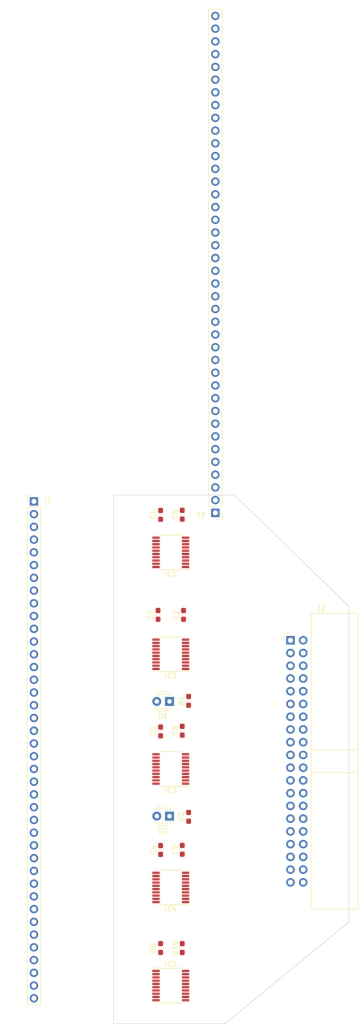
<source format=kicad_pcb>
(kicad_pcb (version 20171130) (host pcbnew "(5.1.5)-3")

  (general
    (thickness 1.6)
    (drawings 6)
    (tracks 0)
    (zones 0)
    (modules 22)
    (nets 83)
  )

  (page A4)
  (layers
    (0 F.Cu signal)
    (31 B.Cu signal)
    (32 B.Adhes user)
    (33 F.Adhes user)
    (34 B.Paste user)
    (35 F.Paste user)
    (36 B.SilkS user)
    (37 F.SilkS user)
    (38 B.Mask user)
    (39 F.Mask user)
    (40 Dwgs.User user)
    (41 Cmts.User user)
    (42 Eco1.User user)
    (43 Eco2.User user)
    (44 Edge.Cuts user)
    (45 Margin user)
    (46 B.CrtYd user)
    (47 F.CrtYd user)
    (48 B.Fab user)
    (49 F.Fab user)
  )

  (setup
    (last_trace_width 0.25)
    (trace_clearance 0.2)
    (zone_clearance 0.508)
    (zone_45_only no)
    (trace_min 0.2)
    (via_size 0.8)
    (via_drill 0.4)
    (via_min_size 0.4)
    (via_min_drill 0.3)
    (uvia_size 0.3)
    (uvia_drill 0.1)
    (uvias_allowed no)
    (uvia_min_size 0.2)
    (uvia_min_drill 0.1)
    (edge_width 0.05)
    (segment_width 0.2)
    (pcb_text_width 0.3)
    (pcb_text_size 1.5 1.5)
    (mod_edge_width 0.12)
    (mod_text_size 1 1)
    (mod_text_width 0.15)
    (pad_size 1.524 1.524)
    (pad_drill 0.762)
    (pad_to_mask_clearance 0.051)
    (solder_mask_min_width 0.25)
    (aux_axis_origin 0 0)
    (visible_elements 7FFFFFFF)
    (pcbplotparams
      (layerselection 0x010fc_ffffffff)
      (usegerberextensions false)
      (usegerberattributes false)
      (usegerberadvancedattributes false)
      (creategerberjobfile false)
      (excludeedgelayer true)
      (linewidth 0.100000)
      (plotframeref false)
      (viasonmask false)
      (mode 1)
      (useauxorigin false)
      (hpglpennumber 1)
      (hpglpenspeed 20)
      (hpglpendiameter 15.000000)
      (psnegative false)
      (psa4output false)
      (plotreference true)
      (plotvalue true)
      (plotinvisibletext false)
      (padsonsilk false)
      (subtractmaskfromsilk false)
      (outputformat 1)
      (mirror false)
      (drillshape 1)
      (scaleselection 1)
      (outputdirectory ""))
  )

  (net 0 "")
  (net 1 GND)
  (net 2 5V)
  (net 3 3V3)
  (net 4 "Net-(D1-Pad1)")
  (net 5 "Net-(D2-Pad1)")
  (net 6 A15)
  (net 7 A14)
  (net 8 A13)
  (net 9 A12)
  (net 10 A11)
  (net 11 A10)
  (net 12 A9)
  (net 13 A8)
  (net 14 LV_A8)
  (net 15 LV_A9)
  (net 16 LV_A10)
  (net 17 LV_A11)
  (net 18 LV_A12)
  (net 19 LV_A13)
  (net 20 LV_A14)
  (net 21 LV_A15)
  (net 22 A7)
  (net 23 A6)
  (net 24 A5)
  (net 25 A4)
  (net 26 A3)
  (net 27 A2)
  (net 28 A1)
  (net 29 A0)
  (net 30 LV_A0)
  (net 31 LV_A1)
  (net 32 LV_A2)
  (net 33 LV_A3)
  (net 34 LV_A4)
  (net 35 LV_A5)
  (net 36 LV_A6)
  (net 37 LV_A7)
  (net 38 M1)
  (net 39 RESET)
  (net 40 CLK)
  (net 41 INT)
  (net 42 MREQ)
  (net 43 WR)
  (net 44 RO)
  (net 45 IORQ)
  (net 46 LV_IORQ)
  (net 47 LV_RO)
  (net 48 LV_WR)
  (net 49 LV_MREQ)
  (net 50 LV_INT)
  (net 51 LV_CLK)
  (net 52 LV_RESET)
  (net 53 LV_M1)
  (net 54 D0)
  (net 55 D1)
  (net 56 D2)
  (net 57 D3)
  (net 58 D4)
  (net 59 D5)
  (net 60 D6)
  (net 61 D7)
  (net 62 LV_D7)
  (net 63 LV_D6)
  (net 64 LV_D5)
  (net 65 LV_D4)
  (net 66 LV_D3)
  (net 67 LV_D2)
  (net 68 LV_D1)
  (net 69 LV_D0)
  (net 70 TX)
  (net 71 RX)
  (net 72 EXTRA1)
  (net 73 EXTRA2)
  (net 74 EXTRA3)
  (net 75 EXTRA4)
  (net 76 LV_EXTRA4)
  (net 77 LV_EXTRA3)
  (net 78 LV_EXTRA2)
  (net 79 LV_EXTRA1)
  (net 80 LV_RX)
  (net 81 LV_TX)
  (net 82 "Net-(J2-Pad11)")

  (net_class Default "This is the default net class."
    (clearance 0.2)
    (trace_width 0.25)
    (via_dia 0.8)
    (via_drill 0.4)
    (uvia_dia 0.3)
    (uvia_drill 0.1)
    (add_net 3V3)
    (add_net 5V)
    (add_net A0)
    (add_net A1)
    (add_net A10)
    (add_net A11)
    (add_net A12)
    (add_net A13)
    (add_net A14)
    (add_net A15)
    (add_net A2)
    (add_net A3)
    (add_net A4)
    (add_net A5)
    (add_net A6)
    (add_net A7)
    (add_net A8)
    (add_net A9)
    (add_net CLK)
    (add_net D0)
    (add_net D1)
    (add_net D2)
    (add_net D3)
    (add_net D4)
    (add_net D5)
    (add_net D6)
    (add_net D7)
    (add_net EXTRA1)
    (add_net EXTRA2)
    (add_net EXTRA3)
    (add_net EXTRA4)
    (add_net GND)
    (add_net INT)
    (add_net IORQ)
    (add_net LV_A0)
    (add_net LV_A1)
    (add_net LV_A10)
    (add_net LV_A11)
    (add_net LV_A12)
    (add_net LV_A13)
    (add_net LV_A14)
    (add_net LV_A15)
    (add_net LV_A2)
    (add_net LV_A3)
    (add_net LV_A4)
    (add_net LV_A5)
    (add_net LV_A6)
    (add_net LV_A7)
    (add_net LV_A8)
    (add_net LV_A9)
    (add_net LV_CLK)
    (add_net LV_D0)
    (add_net LV_D1)
    (add_net LV_D2)
    (add_net LV_D3)
    (add_net LV_D4)
    (add_net LV_D5)
    (add_net LV_D6)
    (add_net LV_D7)
    (add_net LV_EXTRA1)
    (add_net LV_EXTRA2)
    (add_net LV_EXTRA3)
    (add_net LV_EXTRA4)
    (add_net LV_INT)
    (add_net LV_IORQ)
    (add_net LV_M1)
    (add_net LV_MREQ)
    (add_net LV_RESET)
    (add_net LV_RO)
    (add_net LV_RX)
    (add_net LV_TX)
    (add_net LV_WR)
    (add_net M1)
    (add_net MREQ)
    (add_net "Net-(D1-Pad1)")
    (add_net "Net-(D2-Pad1)")
    (add_net "Net-(J2-Pad11)")
    (add_net RESET)
    (add_net RO)
    (add_net RX)
    (add_net TX)
    (add_net WR)
  )

  (module Connector_PinHeader_2.54mm:PinHeader_1x40_P2.54mm_Vertical (layer F.Cu) (tedit 59FED5CC) (tstamp 5E3DBFE7)
    (at 110.49 59.436 180)
    (descr "Through hole straight pin header, 1x40, 2.54mm pitch, single row")
    (tags "Through hole pin header THT 1x40 2.54mm single row")
    (path /5E3B6F00)
    (fp_text reference J3 (at 2.921 -0.381) (layer F.SilkS)
      (effects (font (size 1 1) (thickness 0.15)))
    )
    (fp_text value Conn_01x40_Male (at 0 101.39) (layer F.Fab)
      (effects (font (size 1 1) (thickness 0.15)))
    )
    (fp_text user %R (at 0 49.53 90) (layer F.Fab)
      (effects (font (size 1 1) (thickness 0.15)))
    )
    (fp_line (start 1.8 -1.8) (end -1.8 -1.8) (layer F.CrtYd) (width 0.05))
    (fp_line (start 1.8 100.85) (end 1.8 -1.8) (layer F.CrtYd) (width 0.05))
    (fp_line (start -1.8 100.85) (end 1.8 100.85) (layer F.CrtYd) (width 0.05))
    (fp_line (start -1.8 -1.8) (end -1.8 100.85) (layer F.CrtYd) (width 0.05))
    (fp_line (start -1.33 -1.33) (end 0 -1.33) (layer F.SilkS) (width 0.12))
    (fp_line (start -1.33 0) (end -1.33 -1.33) (layer F.SilkS) (width 0.12))
    (fp_line (start -1.33 1.27) (end 1.33 1.27) (layer F.SilkS) (width 0.12))
    (fp_line (start 1.33 1.27) (end 1.33 100.39) (layer F.SilkS) (width 0.12))
    (fp_line (start -1.33 1.27) (end -1.33 100.39) (layer F.SilkS) (width 0.12))
    (fp_line (start -1.33 100.39) (end 1.33 100.39) (layer F.SilkS) (width 0.12))
    (fp_line (start -1.27 -0.635) (end -0.635 -1.27) (layer F.Fab) (width 0.1))
    (fp_line (start -1.27 100.33) (end -1.27 -0.635) (layer F.Fab) (width 0.1))
    (fp_line (start 1.27 100.33) (end -1.27 100.33) (layer F.Fab) (width 0.1))
    (fp_line (start 1.27 -1.27) (end 1.27 100.33) (layer F.Fab) (width 0.1))
    (fp_line (start -0.635 -1.27) (end 1.27 -1.27) (layer F.Fab) (width 0.1))
    (pad 40 thru_hole oval (at 0 99.06 180) (size 1.7 1.7) (drill 1) (layers *.Cu *.Mask)
      (net 76 LV_EXTRA4))
    (pad 39 thru_hole oval (at 0 96.52 180) (size 1.7 1.7) (drill 1) (layers *.Cu *.Mask)
      (net 77 LV_EXTRA3))
    (pad 38 thru_hole oval (at 0 93.98 180) (size 1.7 1.7) (drill 1) (layers *.Cu *.Mask)
      (net 78 LV_EXTRA2))
    (pad 37 thru_hole oval (at 0 91.44 180) (size 1.7 1.7) (drill 1) (layers *.Cu *.Mask)
      (net 79 LV_EXTRA1))
    (pad 36 thru_hole oval (at 0 88.9 180) (size 1.7 1.7) (drill 1) (layers *.Cu *.Mask)
      (net 80 LV_RX))
    (pad 35 thru_hole oval (at 0 86.36 180) (size 1.7 1.7) (drill 1) (layers *.Cu *.Mask)
      (net 81 LV_TX))
    (pad 34 thru_hole oval (at 0 83.82 180) (size 1.7 1.7) (drill 1) (layers *.Cu *.Mask)
      (net 62 LV_D7))
    (pad 33 thru_hole oval (at 0 81.28 180) (size 1.7 1.7) (drill 1) (layers *.Cu *.Mask)
      (net 63 LV_D6))
    (pad 32 thru_hole oval (at 0 78.74 180) (size 1.7 1.7) (drill 1) (layers *.Cu *.Mask)
      (net 64 LV_D5))
    (pad 31 thru_hole oval (at 0 76.2 180) (size 1.7 1.7) (drill 1) (layers *.Cu *.Mask)
      (net 65 LV_D4))
    (pad 30 thru_hole oval (at 0 73.66 180) (size 1.7 1.7) (drill 1) (layers *.Cu *.Mask)
      (net 66 LV_D3))
    (pad 29 thru_hole oval (at 0 71.12 180) (size 1.7 1.7) (drill 1) (layers *.Cu *.Mask)
      (net 67 LV_D2))
    (pad 28 thru_hole oval (at 0 68.58 180) (size 1.7 1.7) (drill 1) (layers *.Cu *.Mask)
      (net 68 LV_D1))
    (pad 27 thru_hole oval (at 0 66.04 180) (size 1.7 1.7) (drill 1) (layers *.Cu *.Mask)
      (net 69 LV_D0))
    (pad 26 thru_hole oval (at 0 63.5 180) (size 1.7 1.7) (drill 1) (layers *.Cu *.Mask)
      (net 46 LV_IORQ))
    (pad 25 thru_hole oval (at 0 60.96 180) (size 1.7 1.7) (drill 1) (layers *.Cu *.Mask)
      (net 47 LV_RO))
    (pad 24 thru_hole oval (at 0 58.42 180) (size 1.7 1.7) (drill 1) (layers *.Cu *.Mask)
      (net 48 LV_WR))
    (pad 23 thru_hole oval (at 0 55.88 180) (size 1.7 1.7) (drill 1) (layers *.Cu *.Mask)
      (net 49 LV_MREQ))
    (pad 22 thru_hole oval (at 0 53.34 180) (size 1.7 1.7) (drill 1) (layers *.Cu *.Mask)
      (net 50 LV_INT))
    (pad 21 thru_hole oval (at 0 50.8 180) (size 1.7 1.7) (drill 1) (layers *.Cu *.Mask)
      (net 51 LV_CLK))
    (pad 20 thru_hole oval (at 0 48.26 180) (size 1.7 1.7) (drill 1) (layers *.Cu *.Mask)
      (net 52 LV_RESET))
    (pad 19 thru_hole oval (at 0 45.72 180) (size 1.7 1.7) (drill 1) (layers *.Cu *.Mask)
      (net 53 LV_M1))
    (pad 18 thru_hole oval (at 0 43.18 180) (size 1.7 1.7) (drill 1) (layers *.Cu *.Mask)
      (net 3 3V3))
    (pad 17 thru_hole oval (at 0 40.64 180) (size 1.7 1.7) (drill 1) (layers *.Cu *.Mask)
      (net 1 GND))
    (pad 16 thru_hole oval (at 0 38.1 180) (size 1.7 1.7) (drill 1) (layers *.Cu *.Mask)
      (net 30 LV_A0))
    (pad 15 thru_hole oval (at 0 35.56 180) (size 1.7 1.7) (drill 1) (layers *.Cu *.Mask)
      (net 31 LV_A1))
    (pad 14 thru_hole oval (at 0 33.02 180) (size 1.7 1.7) (drill 1) (layers *.Cu *.Mask)
      (net 32 LV_A2))
    (pad 13 thru_hole oval (at 0 30.48 180) (size 1.7 1.7) (drill 1) (layers *.Cu *.Mask)
      (net 33 LV_A3))
    (pad 12 thru_hole oval (at 0 27.94 180) (size 1.7 1.7) (drill 1) (layers *.Cu *.Mask)
      (net 34 LV_A4))
    (pad 11 thru_hole oval (at 0 25.4 180) (size 1.7 1.7) (drill 1) (layers *.Cu *.Mask)
      (net 35 LV_A5))
    (pad 10 thru_hole oval (at 0 22.86 180) (size 1.7 1.7) (drill 1) (layers *.Cu *.Mask)
      (net 36 LV_A6))
    (pad 9 thru_hole oval (at 0 20.32 180) (size 1.7 1.7) (drill 1) (layers *.Cu *.Mask)
      (net 37 LV_A7))
    (pad 8 thru_hole oval (at 0 17.78 180) (size 1.7 1.7) (drill 1) (layers *.Cu *.Mask)
      (net 14 LV_A8))
    (pad 7 thru_hole oval (at 0 15.24 180) (size 1.7 1.7) (drill 1) (layers *.Cu *.Mask)
      (net 15 LV_A9))
    (pad 6 thru_hole oval (at 0 12.7 180) (size 1.7 1.7) (drill 1) (layers *.Cu *.Mask)
      (net 16 LV_A10))
    (pad 5 thru_hole oval (at 0 10.16 180) (size 1.7 1.7) (drill 1) (layers *.Cu *.Mask)
      (net 17 LV_A11))
    (pad 4 thru_hole oval (at 0 7.62 180) (size 1.7 1.7) (drill 1) (layers *.Cu *.Mask)
      (net 18 LV_A12))
    (pad 3 thru_hole oval (at 0 5.08 180) (size 1.7 1.7) (drill 1) (layers *.Cu *.Mask)
      (net 19 LV_A13))
    (pad 2 thru_hole oval (at 0 2.54 180) (size 1.7 1.7) (drill 1) (layers *.Cu *.Mask)
      (net 20 LV_A14))
    (pad 1 thru_hole rect (at 0 0 180) (size 1.7 1.7) (drill 1) (layers *.Cu *.Mask)
      (net 21 LV_A15))
    (model ${KISYS3DMOD}/Connector_PinHeader_2.54mm.3dshapes/PinHeader_1x40_P2.54mm_Vertical.wrl
      (at (xyz 0 0 0))
      (scale (xyz 1 1 1))
      (rotate (xyz 0 0 0))
    )
  )

  (module Connector_PinHeader_2.54mm:PinHeader_1x40_P2.54mm_Vertical (layer F.Cu) (tedit 59FED5CC) (tstamp 5E3B78BD)
    (at 74.295 57.15)
    (descr "Through hole straight pin header, 1x40, 2.54mm pitch, single row")
    (tags "Through hole pin header THT 1x40 2.54mm single row")
    (path /5E3ADCC4)
    (fp_text reference J1 (at 2.794 -0.381) (layer F.SilkS)
      (effects (font (size 1 1) (thickness 0.15)))
    )
    (fp_text value Conn_01x40_Male (at 0 101.39) (layer F.Fab)
      (effects (font (size 1 1) (thickness 0.15)))
    )
    (fp_text user %R (at 0 49.53 90) (layer F.Fab)
      (effects (font (size 1 1) (thickness 0.15)))
    )
    (fp_line (start 1.8 -1.8) (end -1.8 -1.8) (layer F.CrtYd) (width 0.05))
    (fp_line (start 1.8 100.85) (end 1.8 -1.8) (layer F.CrtYd) (width 0.05))
    (fp_line (start -1.8 100.85) (end 1.8 100.85) (layer F.CrtYd) (width 0.05))
    (fp_line (start -1.8 -1.8) (end -1.8 100.85) (layer F.CrtYd) (width 0.05))
    (fp_line (start -1.33 -1.33) (end 0 -1.33) (layer F.SilkS) (width 0.12))
    (fp_line (start -1.33 0) (end -1.33 -1.33) (layer F.SilkS) (width 0.12))
    (fp_line (start -1.33 1.27) (end 1.33 1.27) (layer F.SilkS) (width 0.12))
    (fp_line (start 1.33 1.27) (end 1.33 100.39) (layer F.SilkS) (width 0.12))
    (fp_line (start -1.33 1.27) (end -1.33 100.39) (layer F.SilkS) (width 0.12))
    (fp_line (start -1.33 100.39) (end 1.33 100.39) (layer F.SilkS) (width 0.12))
    (fp_line (start -1.27 -0.635) (end -0.635 -1.27) (layer F.Fab) (width 0.1))
    (fp_line (start -1.27 100.33) (end -1.27 -0.635) (layer F.Fab) (width 0.1))
    (fp_line (start 1.27 100.33) (end -1.27 100.33) (layer F.Fab) (width 0.1))
    (fp_line (start 1.27 -1.27) (end 1.27 100.33) (layer F.Fab) (width 0.1))
    (fp_line (start -0.635 -1.27) (end 1.27 -1.27) (layer F.Fab) (width 0.1))
    (pad 40 thru_hole oval (at 0 99.06) (size 1.7 1.7) (drill 1) (layers *.Cu *.Mask)
      (net 75 EXTRA4))
    (pad 39 thru_hole oval (at 0 96.52) (size 1.7 1.7) (drill 1) (layers *.Cu *.Mask)
      (net 74 EXTRA3))
    (pad 38 thru_hole oval (at 0 93.98) (size 1.7 1.7) (drill 1) (layers *.Cu *.Mask)
      (net 73 EXTRA2))
    (pad 37 thru_hole oval (at 0 91.44) (size 1.7 1.7) (drill 1) (layers *.Cu *.Mask)
      (net 72 EXTRA1))
    (pad 36 thru_hole oval (at 0 88.9) (size 1.7 1.7) (drill 1) (layers *.Cu *.Mask)
      (net 71 RX))
    (pad 35 thru_hole oval (at 0 86.36) (size 1.7 1.7) (drill 1) (layers *.Cu *.Mask)
      (net 70 TX))
    (pad 34 thru_hole oval (at 0 83.82) (size 1.7 1.7) (drill 1) (layers *.Cu *.Mask)
      (net 61 D7))
    (pad 33 thru_hole oval (at 0 81.28) (size 1.7 1.7) (drill 1) (layers *.Cu *.Mask)
      (net 60 D6))
    (pad 32 thru_hole oval (at 0 78.74) (size 1.7 1.7) (drill 1) (layers *.Cu *.Mask)
      (net 59 D5))
    (pad 31 thru_hole oval (at 0 76.2) (size 1.7 1.7) (drill 1) (layers *.Cu *.Mask)
      (net 58 D4))
    (pad 30 thru_hole oval (at 0 73.66) (size 1.7 1.7) (drill 1) (layers *.Cu *.Mask)
      (net 57 D3))
    (pad 29 thru_hole oval (at 0 71.12) (size 1.7 1.7) (drill 1) (layers *.Cu *.Mask)
      (net 56 D2))
    (pad 28 thru_hole oval (at 0 68.58) (size 1.7 1.7) (drill 1) (layers *.Cu *.Mask)
      (net 55 D1))
    (pad 27 thru_hole oval (at 0 66.04) (size 1.7 1.7) (drill 1) (layers *.Cu *.Mask)
      (net 54 D0))
    (pad 26 thru_hole oval (at 0 63.5) (size 1.7 1.7) (drill 1) (layers *.Cu *.Mask)
      (net 45 IORQ))
    (pad 25 thru_hole oval (at 0 60.96) (size 1.7 1.7) (drill 1) (layers *.Cu *.Mask)
      (net 44 RO))
    (pad 24 thru_hole oval (at 0 58.42) (size 1.7 1.7) (drill 1) (layers *.Cu *.Mask)
      (net 43 WR))
    (pad 23 thru_hole oval (at 0 55.88) (size 1.7 1.7) (drill 1) (layers *.Cu *.Mask)
      (net 42 MREQ))
    (pad 22 thru_hole oval (at 0 53.34) (size 1.7 1.7) (drill 1) (layers *.Cu *.Mask)
      (net 41 INT))
    (pad 21 thru_hole oval (at 0 50.8) (size 1.7 1.7) (drill 1) (layers *.Cu *.Mask)
      (net 40 CLK))
    (pad 20 thru_hole oval (at 0 48.26) (size 1.7 1.7) (drill 1) (layers *.Cu *.Mask)
      (net 39 RESET))
    (pad 19 thru_hole oval (at 0 45.72) (size 1.7 1.7) (drill 1) (layers *.Cu *.Mask)
      (net 38 M1))
    (pad 18 thru_hole oval (at 0 43.18) (size 1.7 1.7) (drill 1) (layers *.Cu *.Mask)
      (net 2 5V))
    (pad 17 thru_hole oval (at 0 40.64) (size 1.7 1.7) (drill 1) (layers *.Cu *.Mask)
      (net 1 GND))
    (pad 16 thru_hole oval (at 0 38.1) (size 1.7 1.7) (drill 1) (layers *.Cu *.Mask)
      (net 29 A0))
    (pad 15 thru_hole oval (at 0 35.56) (size 1.7 1.7) (drill 1) (layers *.Cu *.Mask)
      (net 28 A1))
    (pad 14 thru_hole oval (at 0 33.02) (size 1.7 1.7) (drill 1) (layers *.Cu *.Mask)
      (net 27 A2))
    (pad 13 thru_hole oval (at 0 30.48) (size 1.7 1.7) (drill 1) (layers *.Cu *.Mask)
      (net 26 A3))
    (pad 12 thru_hole oval (at 0 27.94) (size 1.7 1.7) (drill 1) (layers *.Cu *.Mask)
      (net 25 A4))
    (pad 11 thru_hole oval (at 0 25.4) (size 1.7 1.7) (drill 1) (layers *.Cu *.Mask)
      (net 24 A5))
    (pad 10 thru_hole oval (at 0 22.86) (size 1.7 1.7) (drill 1) (layers *.Cu *.Mask)
      (net 23 A6))
    (pad 9 thru_hole oval (at 0 20.32) (size 1.7 1.7) (drill 1) (layers *.Cu *.Mask)
      (net 22 A7))
    (pad 8 thru_hole oval (at 0 17.78) (size 1.7 1.7) (drill 1) (layers *.Cu *.Mask)
      (net 13 A8))
    (pad 7 thru_hole oval (at 0 15.24) (size 1.7 1.7) (drill 1) (layers *.Cu *.Mask)
      (net 12 A9))
    (pad 6 thru_hole oval (at 0 12.7) (size 1.7 1.7) (drill 1) (layers *.Cu *.Mask)
      (net 11 A10))
    (pad 5 thru_hole oval (at 0 10.16) (size 1.7 1.7) (drill 1) (layers *.Cu *.Mask)
      (net 10 A11))
    (pad 4 thru_hole oval (at 0 7.62) (size 1.7 1.7) (drill 1) (layers *.Cu *.Mask)
      (net 9 A12))
    (pad 3 thru_hole oval (at 0 5.08) (size 1.7 1.7) (drill 1) (layers *.Cu *.Mask)
      (net 8 A13))
    (pad 2 thru_hole oval (at 0 2.54) (size 1.7 1.7) (drill 1) (layers *.Cu *.Mask)
      (net 7 A14))
    (pad 1 thru_hole rect (at 0 0) (size 1.7 1.7) (drill 1) (layers *.Cu *.Mask)
      (net 6 A15))
    (model ${KISYS3DMOD}/Connector_PinHeader_2.54mm.3dshapes/PinHeader_1x40_P2.54mm_Vertical.wrl
      (at (xyz 0 0 0))
      (scale (xyz 1 1 1))
      (rotate (xyz 0 0 0))
    )
  )

  (module Resistor_SMD:R_0603_1608Metric_Pad1.05x0.95mm_HandSolder (layer F.Cu) (tedit 5B301BBD) (tstamp 5E3BD370)
    (at 105.156 120.029 90)
    (descr "Resistor SMD 0603 (1608 Metric), square (rectangular) end terminal, IPC_7351 nominal with elongated pad for handsoldering. (Body size source: http://www.tortai-tech.com/upload/download/2011102023233369053.pdf), generated with kicad-footprint-generator")
    (tags "resistor handsolder")
    (path /5E428435)
    (attr smd)
    (fp_text reference R2 (at 0 -1.43 90) (layer F.SilkS)
      (effects (font (size 1 1) (thickness 0.15)))
    )
    (fp_text value R_US (at 0 1.43 90) (layer F.Fab)
      (effects (font (size 1 1) (thickness 0.15)))
    )
    (fp_text user %R (at 0 0 90) (layer F.Fab)
      (effects (font (size 0.4 0.4) (thickness 0.06)))
    )
    (fp_line (start 1.65 0.73) (end -1.65 0.73) (layer F.CrtYd) (width 0.05))
    (fp_line (start 1.65 -0.73) (end 1.65 0.73) (layer F.CrtYd) (width 0.05))
    (fp_line (start -1.65 -0.73) (end 1.65 -0.73) (layer F.CrtYd) (width 0.05))
    (fp_line (start -1.65 0.73) (end -1.65 -0.73) (layer F.CrtYd) (width 0.05))
    (fp_line (start -0.171267 0.51) (end 0.171267 0.51) (layer F.SilkS) (width 0.12))
    (fp_line (start -0.171267 -0.51) (end 0.171267 -0.51) (layer F.SilkS) (width 0.12))
    (fp_line (start 0.8 0.4) (end -0.8 0.4) (layer F.Fab) (width 0.1))
    (fp_line (start 0.8 -0.4) (end 0.8 0.4) (layer F.Fab) (width 0.1))
    (fp_line (start -0.8 -0.4) (end 0.8 -0.4) (layer F.Fab) (width 0.1))
    (fp_line (start -0.8 0.4) (end -0.8 -0.4) (layer F.Fab) (width 0.1))
    (pad 2 smd roundrect (at 0.875 0 90) (size 1.05 0.95) (layers F.Cu F.Paste F.Mask) (roundrect_rratio 0.25)
      (net 1 GND))
    (pad 1 smd roundrect (at -0.875 0 90) (size 1.05 0.95) (layers F.Cu F.Paste F.Mask) (roundrect_rratio 0.25)
      (net 5 "Net-(D2-Pad1)"))
    (model ${KISYS3DMOD}/Resistor_SMD.3dshapes/R_0603_1608Metric.wrl
      (at (xyz 0 0 0))
      (scale (xyz 1 1 1))
      (rotate (xyz 0 0 0))
    )
  )

  (module Resistor_SMD:R_0603_1608Metric_Pad1.05x0.95mm_HandSolder (layer F.Cu) (tedit 5B301BBD) (tstamp 5E3BCA23)
    (at 105.156 96.915 90)
    (descr "Resistor SMD 0603 (1608 Metric), square (rectangular) end terminal, IPC_7351 nominal with elongated pad for handsoldering. (Body size source: http://www.tortai-tech.com/upload/download/2011102023233369053.pdf), generated with kicad-footprint-generator")
    (tags "resistor handsolder")
    (path /5E4277F5)
    (attr smd)
    (fp_text reference R1 (at 0 -1.43 90) (layer F.SilkS)
      (effects (font (size 1 1) (thickness 0.15)))
    )
    (fp_text value R_US (at 0 1.43 90) (layer F.Fab)
      (effects (font (size 1 1) (thickness 0.15)))
    )
    (fp_text user %R (at 0 0 90) (layer F.Fab)
      (effects (font (size 0.4 0.4) (thickness 0.06)))
    )
    (fp_line (start 1.65 0.73) (end -1.65 0.73) (layer F.CrtYd) (width 0.05))
    (fp_line (start 1.65 -0.73) (end 1.65 0.73) (layer F.CrtYd) (width 0.05))
    (fp_line (start -1.65 -0.73) (end 1.65 -0.73) (layer F.CrtYd) (width 0.05))
    (fp_line (start -1.65 0.73) (end -1.65 -0.73) (layer F.CrtYd) (width 0.05))
    (fp_line (start -0.171267 0.51) (end 0.171267 0.51) (layer F.SilkS) (width 0.12))
    (fp_line (start -0.171267 -0.51) (end 0.171267 -0.51) (layer F.SilkS) (width 0.12))
    (fp_line (start 0.8 0.4) (end -0.8 0.4) (layer F.Fab) (width 0.1))
    (fp_line (start 0.8 -0.4) (end 0.8 0.4) (layer F.Fab) (width 0.1))
    (fp_line (start -0.8 -0.4) (end 0.8 -0.4) (layer F.Fab) (width 0.1))
    (fp_line (start -0.8 0.4) (end -0.8 -0.4) (layer F.Fab) (width 0.1))
    (pad 2 smd roundrect (at 0.875 0 90) (size 1.05 0.95) (layers F.Cu F.Paste F.Mask) (roundrect_rratio 0.25)
      (net 1 GND))
    (pad 1 smd roundrect (at -0.875 0 90) (size 1.05 0.95) (layers F.Cu F.Paste F.Mask) (roundrect_rratio 0.25)
      (net 4 "Net-(D1-Pad1)"))
    (model ${KISYS3DMOD}/Resistor_SMD.3dshapes/R_0603_1608Metric.wrl
      (at (xyz 0 0 0))
      (scale (xyz 1 1 1))
      (rotate (xyz 0 0 0))
    )
  )

  (module Connector_IDC:IDC-Header_2x20_P2.54mm_Horizontal (layer F.Cu) (tedit 59DE239E) (tstamp 5E3B7939)
    (at 125.476 84.836)
    (descr "Through hole angled IDC box header, 2x20, 2.54mm pitch, double rows")
    (tags "Through hole IDC box header THT 2x20 2.54mm double row")
    (path /5E3C3BCE)
    (fp_text reference J2 (at 6.105 -6.35) (layer F.SilkS)
      (effects (font (size 1 1) (thickness 0.15)))
    )
    (fp_text value Conn_02x20_Odd_Even (at 6.105 54.864) (layer F.Fab)
      (effects (font (size 1 1) (thickness 0.15)))
    )
    (fp_line (start 13.48 53.61) (end -1.12 53.61) (layer F.CrtYd) (width 0.05))
    (fp_line (start 13.48 -5.35) (end 13.48 53.61) (layer F.CrtYd) (width 0.05))
    (fp_line (start -1.12 53.61) (end -1.12 -5.35) (layer F.CrtYd) (width 0.05))
    (fp_line (start -1.12 -5.35) (end 13.48 -5.35) (layer F.CrtYd) (width 0.05))
    (fp_line (start 4.13 53.61) (end 4.13 -5.35) (layer F.SilkS) (width 0.12))
    (fp_line (start 4.13 53.61) (end 13.48 53.61) (layer F.SilkS) (width 0.12))
    (fp_line (start 4.13 26.38) (end 13.48 26.38) (layer F.SilkS) (width 0.12))
    (fp_line (start 4.13 21.88) (end 13.48 21.88) (layer F.SilkS) (width 0.12))
    (fp_line (start 4.13 -5.35) (end 13.48 -5.35) (layer F.SilkS) (width 0.12))
    (fp_line (start 13.48 -5.35) (end 13.48 53.61) (layer F.SilkS) (width 0.12))
    (fp_line (start 0 -1.27) (end -1.27 -1.27) (layer F.SilkS) (width 0.12))
    (fp_line (start -1.27 -1.27) (end -1.27 0) (layer F.SilkS) (width 0.12))
    (fp_line (start 5.38 -5.1) (end 13.23 -5.1) (layer F.Fab) (width 0.1))
    (fp_line (start 4.38 9.84) (end -0.32 9.84) (layer F.Fab) (width 0.1))
    (fp_line (start 4.38 7.3) (end -0.32 7.3) (layer F.Fab) (width 0.1))
    (fp_line (start 4.38 53.36) (end 4.38 -4.1) (layer F.Fab) (width 0.1))
    (fp_line (start 4.38 53.36) (end 13.23 53.36) (layer F.Fab) (width 0.1))
    (fp_line (start 4.38 47.94) (end -0.32 47.94) (layer F.Fab) (width 0.1))
    (fp_line (start 4.38 45.4) (end -0.32 45.4) (layer F.Fab) (width 0.1))
    (fp_line (start 4.38 42.86) (end -0.32 42.86) (layer F.Fab) (width 0.1))
    (fp_line (start 4.38 40.32) (end -0.32 40.32) (layer F.Fab) (width 0.1))
    (fp_line (start 4.38 4.76) (end -0.32 4.76) (layer F.Fab) (width 0.1))
    (fp_line (start 4.38 37.78) (end -0.32 37.78) (layer F.Fab) (width 0.1))
    (fp_line (start 4.38 35.24) (end -0.32 35.24) (layer F.Fab) (width 0.1))
    (fp_line (start 4.38 32.7) (end -0.32 32.7) (layer F.Fab) (width 0.1))
    (fp_line (start 4.38 30.16) (end -0.32 30.16) (layer F.Fab) (width 0.1))
    (fp_line (start 4.38 27.62) (end -0.32 27.62) (layer F.Fab) (width 0.1))
    (fp_line (start 4.38 26.38) (end 13.23 26.38) (layer F.Fab) (width 0.1))
    (fp_line (start 4.38 25.08) (end -0.32 25.08) (layer F.Fab) (width 0.1))
    (fp_line (start 4.38 22.54) (end -0.32 22.54) (layer F.Fab) (width 0.1))
    (fp_line (start 4.38 21.88) (end 13.23 21.88) (layer F.Fab) (width 0.1))
    (fp_line (start 4.38 20) (end -0.32 20) (layer F.Fab) (width 0.1))
    (fp_line (start 4.38 2.22) (end -0.32 2.22) (layer F.Fab) (width 0.1))
    (fp_line (start 4.38 17.46) (end -0.32 17.46) (layer F.Fab) (width 0.1))
    (fp_line (start 4.38 14.92) (end -0.32 14.92) (layer F.Fab) (width 0.1))
    (fp_line (start 4.38 12.38) (end -0.32 12.38) (layer F.Fab) (width 0.1))
    (fp_line (start 4.38 -4.1) (end 5.38 -5.1) (layer F.Fab) (width 0.1))
    (fp_line (start 4.38 -0.32) (end -0.32 -0.32) (layer F.Fab) (width 0.1))
    (fp_line (start 13.23 53.36) (end 13.23 -5.1) (layer F.Fab) (width 0.1))
    (fp_line (start -0.32 9.84) (end -0.32 10.48) (layer F.Fab) (width 0.1))
    (fp_line (start -0.32 7.94) (end 4.38 7.94) (layer F.Fab) (width 0.1))
    (fp_line (start -0.32 7.3) (end -0.32 7.94) (layer F.Fab) (width 0.1))
    (fp_line (start -0.32 5.4) (end 4.38 5.4) (layer F.Fab) (width 0.1))
    (fp_line (start -0.32 48.58) (end 4.38 48.58) (layer F.Fab) (width 0.1))
    (fp_line (start -0.32 47.94) (end -0.32 48.58) (layer F.Fab) (width 0.1))
    (fp_line (start -0.32 46.04) (end 4.38 46.04) (layer F.Fab) (width 0.1))
    (fp_line (start -0.32 45.4) (end -0.32 46.04) (layer F.Fab) (width 0.1))
    (fp_line (start -0.32 43.5) (end 4.38 43.5) (layer F.Fab) (width 0.1))
    (fp_line (start -0.32 42.86) (end -0.32 43.5) (layer F.Fab) (width 0.1))
    (fp_line (start -0.32 40.96) (end 4.38 40.96) (layer F.Fab) (width 0.1))
    (fp_line (start -0.32 40.32) (end -0.32 40.96) (layer F.Fab) (width 0.1))
    (fp_line (start -0.32 4.76) (end -0.32 5.4) (layer F.Fab) (width 0.1))
    (fp_line (start -0.32 38.42) (end 4.38 38.42) (layer F.Fab) (width 0.1))
    (fp_line (start -0.32 37.78) (end -0.32 38.42) (layer F.Fab) (width 0.1))
    (fp_line (start -0.32 35.88) (end 4.38 35.88) (layer F.Fab) (width 0.1))
    (fp_line (start -0.32 35.24) (end -0.32 35.88) (layer F.Fab) (width 0.1))
    (fp_line (start -0.32 33.34) (end 4.38 33.34) (layer F.Fab) (width 0.1))
    (fp_line (start -0.32 32.7) (end -0.32 33.34) (layer F.Fab) (width 0.1))
    (fp_line (start -0.32 30.8) (end 4.38 30.8) (layer F.Fab) (width 0.1))
    (fp_line (start -0.32 30.16) (end -0.32 30.8) (layer F.Fab) (width 0.1))
    (fp_line (start -0.32 28.26) (end 4.38 28.26) (layer F.Fab) (width 0.1))
    (fp_line (start -0.32 27.62) (end -0.32 28.26) (layer F.Fab) (width 0.1))
    (fp_line (start -0.32 25.72) (end 4.38 25.72) (layer F.Fab) (width 0.1))
    (fp_line (start -0.32 25.08) (end -0.32 25.72) (layer F.Fab) (width 0.1))
    (fp_line (start -0.32 23.18) (end 4.38 23.18) (layer F.Fab) (width 0.1))
    (fp_line (start -0.32 22.54) (end -0.32 23.18) (layer F.Fab) (width 0.1))
    (fp_line (start -0.32 20.64) (end 4.38 20.64) (layer F.Fab) (width 0.1))
    (fp_line (start -0.32 20) (end -0.32 20.64) (layer F.Fab) (width 0.1))
    (fp_line (start -0.32 2.86) (end 4.38 2.86) (layer F.Fab) (width 0.1))
    (fp_line (start -0.32 2.22) (end -0.32 2.86) (layer F.Fab) (width 0.1))
    (fp_line (start -0.32 18.1) (end 4.38 18.1) (layer F.Fab) (width 0.1))
    (fp_line (start -0.32 17.46) (end -0.32 18.1) (layer F.Fab) (width 0.1))
    (fp_line (start -0.32 15.56) (end 4.38 15.56) (layer F.Fab) (width 0.1))
    (fp_line (start -0.32 14.92) (end -0.32 15.56) (layer F.Fab) (width 0.1))
    (fp_line (start -0.32 13.02) (end 4.38 13.02) (layer F.Fab) (width 0.1))
    (fp_line (start -0.32 12.38) (end -0.32 13.02) (layer F.Fab) (width 0.1))
    (fp_line (start -0.32 10.48) (end 4.38 10.48) (layer F.Fab) (width 0.1))
    (fp_line (start -0.32 0.32) (end 4.38 0.32) (layer F.Fab) (width 0.1))
    (fp_line (start -0.32 -0.32) (end -0.32 0.32) (layer F.Fab) (width 0.1))
    (fp_text user %R (at 8.805 24.13 90) (layer F.Fab)
      (effects (font (size 1 1) (thickness 0.15)))
    )
    (pad 40 thru_hole oval (at 2.54 48.26) (size 1.7272 1.7272) (drill 1.016) (layers *.Cu *.Mask)
      (net 78 LV_EXTRA2))
    (pad 39 thru_hole oval (at 0 48.26) (size 1.7272 1.7272) (drill 1.016) (layers *.Cu *.Mask)
      (net 79 LV_EXTRA1))
    (pad 38 thru_hole oval (at 2.54 45.72) (size 1.7272 1.7272) (drill 1.016) (layers *.Cu *.Mask)
      (net 80 LV_RX))
    (pad 37 thru_hole oval (at 0 45.72) (size 1.7272 1.7272) (drill 1.016) (layers *.Cu *.Mask)
      (net 81 LV_TX))
    (pad 36 thru_hole oval (at 2.54 43.18) (size 1.7272 1.7272) (drill 1.016) (layers *.Cu *.Mask)
      (net 63 LV_D6))
    (pad 35 thru_hole oval (at 0 43.18) (size 1.7272 1.7272) (drill 1.016) (layers *.Cu *.Mask)
      (net 62 LV_D7))
    (pad 34 thru_hole oval (at 2.54 40.64) (size 1.7272 1.7272) (drill 1.016) (layers *.Cu *.Mask)
      (net 65 LV_D4))
    (pad 33 thru_hole oval (at 0 40.64) (size 1.7272 1.7272) (drill 1.016) (layers *.Cu *.Mask)
      (net 64 LV_D5))
    (pad 32 thru_hole oval (at 2.54 38.1) (size 1.7272 1.7272) (drill 1.016) (layers *.Cu *.Mask)
      (net 67 LV_D2))
    (pad 31 thru_hole oval (at 0 38.1) (size 1.7272 1.7272) (drill 1.016) (layers *.Cu *.Mask)
      (net 66 LV_D3))
    (pad 30 thru_hole oval (at 2.54 35.56) (size 1.7272 1.7272) (drill 1.016) (layers *.Cu *.Mask)
      (net 1 GND))
    (pad 29 thru_hole oval (at 0 35.56) (size 1.7272 1.7272) (drill 1.016) (layers *.Cu *.Mask)
      (net 3 3V3))
    (pad 28 thru_hole oval (at 2.54 33.02) (size 1.7272 1.7272) (drill 1.016) (layers *.Cu *.Mask)
      (net 68 LV_D1))
    (pad 27 thru_hole oval (at 0 33.02) (size 1.7272 1.7272) (drill 1.016) (layers *.Cu *.Mask)
      (net 69 LV_D0))
    (pad 26 thru_hole oval (at 2.54 30.48) (size 1.7272 1.7272) (drill 1.016) (layers *.Cu *.Mask)
      (net 46 LV_IORQ))
    (pad 25 thru_hole oval (at 0 30.48) (size 1.7272 1.7272) (drill 1.016) (layers *.Cu *.Mask)
      (net 47 LV_RO))
    (pad 24 thru_hole oval (at 2.54 27.94) (size 1.7272 1.7272) (drill 1.016) (layers *.Cu *.Mask)
      (net 48 LV_WR))
    (pad 23 thru_hole oval (at 0 27.94) (size 1.7272 1.7272) (drill 1.016) (layers *.Cu *.Mask)
      (net 49 LV_MREQ))
    (pad 22 thru_hole oval (at 2.54 25.4) (size 1.7272 1.7272) (drill 1.016) (layers *.Cu *.Mask)
      (net 50 LV_INT))
    (pad 21 thru_hole oval (at 0 25.4) (size 1.7272 1.7272) (drill 1.016) (layers *.Cu *.Mask)
      (net 51 LV_CLK))
    (pad 20 thru_hole oval (at 2.54 22.86) (size 1.7272 1.7272) (drill 1.016) (layers *.Cu *.Mask)
      (net 52 LV_RESET))
    (pad 19 thru_hole oval (at 0 22.86) (size 1.7272 1.7272) (drill 1.016) (layers *.Cu *.Mask)
      (net 53 LV_M1))
    (pad 18 thru_hole oval (at 2.54 20.32) (size 1.7272 1.7272) (drill 1.016) (layers *.Cu *.Mask)
      (net 30 LV_A0))
    (pad 17 thru_hole oval (at 0 20.32) (size 1.7272 1.7272) (drill 1.016) (layers *.Cu *.Mask)
      (net 31 LV_A1))
    (pad 16 thru_hole oval (at 2.54 17.78) (size 1.7272 1.7272) (drill 1.016) (layers *.Cu *.Mask)
      (net 32 LV_A2))
    (pad 15 thru_hole oval (at 0 17.78) (size 1.7272 1.7272) (drill 1.016) (layers *.Cu *.Mask)
      (net 33 LV_A3))
    (pad 14 thru_hole oval (at 2.54 15.24) (size 1.7272 1.7272) (drill 1.016) (layers *.Cu *.Mask)
      (net 34 LV_A4))
    (pad 13 thru_hole oval (at 0 15.24) (size 1.7272 1.7272) (drill 1.016) (layers *.Cu *.Mask)
      (net 35 LV_A5))
    (pad 12 thru_hole oval (at 2.54 12.7) (size 1.7272 1.7272) (drill 1.016) (layers *.Cu *.Mask)
      (net 1 GND))
    (pad 11 thru_hole oval (at 0 12.7) (size 1.7272 1.7272) (drill 1.016) (layers *.Cu *.Mask)
      (net 82 "Net-(J2-Pad11)"))
    (pad 10 thru_hole oval (at 2.54 10.16) (size 1.7272 1.7272) (drill 1.016) (layers *.Cu *.Mask)
      (net 36 LV_A6))
    (pad 9 thru_hole oval (at 0 10.16) (size 1.7272 1.7272) (drill 1.016) (layers *.Cu *.Mask)
      (net 37 LV_A7))
    (pad 8 thru_hole oval (at 2.54 7.62) (size 1.7272 1.7272) (drill 1.016) (layers *.Cu *.Mask)
      (net 14 LV_A8))
    (pad 7 thru_hole oval (at 0 7.62) (size 1.7272 1.7272) (drill 1.016) (layers *.Cu *.Mask)
      (net 15 LV_A9))
    (pad 6 thru_hole oval (at 2.54 5.08) (size 1.7272 1.7272) (drill 1.016) (layers *.Cu *.Mask)
      (net 16 LV_A10))
    (pad 5 thru_hole oval (at 0 5.08) (size 1.7272 1.7272) (drill 1.016) (layers *.Cu *.Mask)
      (net 17 LV_A11))
    (pad 4 thru_hole oval (at 2.54 2.54) (size 1.7272 1.7272) (drill 1.016) (layers *.Cu *.Mask)
      (net 18 LV_A12))
    (pad 3 thru_hole oval (at 0 2.54) (size 1.7272 1.7272) (drill 1.016) (layers *.Cu *.Mask)
      (net 19 LV_A13))
    (pad 2 thru_hole oval (at 2.54 0) (size 1.7272 1.7272) (drill 1.016) (layers *.Cu *.Mask)
      (net 20 LV_A14))
    (pad 1 thru_hole rect (at 0 0) (size 1.7272 1.7272) (drill 1.016) (layers *.Cu *.Mask)
      (net 21 LV_A15))
    (model ${KISYS3DMOD}/Connector_IDC.3dshapes/IDC-Header_2x20_P2.54mm_Horizontal.wrl
      (at (xyz 0 0 0))
      (scale (xyz 1 1 1))
      (rotate (xyz 0 0 0))
    )
  )

  (module Package_SO:TSSOP-20_4.4x6.5mm_P0.65mm (layer F.Cu) (tedit 5A02F25C) (tstamp 5E3B769C)
    (at 101.6 153.67)
    (descr "20-Lead Plastic Thin Shrink Small Outline (ST)-4.4 mm Body [TSSOP] (see Microchip Packaging Specification 00000049BS.pdf)")
    (tags "SSOP 0.65")
    (path /5E3ACEC2)
    (attr smd)
    (fp_text reference IC5 (at 0 -4.3) (layer F.SilkS)
      (effects (font (size 1 1) (thickness 0.15)))
    )
    (fp_text value TXB0108PWR (at 0 4.3) (layer F.Fab)
      (effects (font (size 1 1) (thickness 0.15)))
    )
    (fp_text user %R (at 0 0) (layer F.Fab)
      (effects (font (size 0.8 0.8) (thickness 0.15)))
    )
    (fp_line (start -3.75 -3.45) (end 2.225 -3.45) (layer F.SilkS) (width 0.15))
    (fp_line (start -2.225 3.45) (end 2.225 3.45) (layer F.SilkS) (width 0.15))
    (fp_line (start -3.95 3.55) (end 3.95 3.55) (layer F.CrtYd) (width 0.05))
    (fp_line (start -3.95 -3.55) (end 3.95 -3.55) (layer F.CrtYd) (width 0.05))
    (fp_line (start 3.95 -3.55) (end 3.95 3.55) (layer F.CrtYd) (width 0.05))
    (fp_line (start -3.95 -3.55) (end -3.95 3.55) (layer F.CrtYd) (width 0.05))
    (fp_line (start -2.2 -2.25) (end -1.2 -3.25) (layer F.Fab) (width 0.15))
    (fp_line (start -2.2 3.25) (end -2.2 -2.25) (layer F.Fab) (width 0.15))
    (fp_line (start 2.2 3.25) (end -2.2 3.25) (layer F.Fab) (width 0.15))
    (fp_line (start 2.2 -3.25) (end 2.2 3.25) (layer F.Fab) (width 0.15))
    (fp_line (start -1.2 -3.25) (end 2.2 -3.25) (layer F.Fab) (width 0.15))
    (pad 20 smd rect (at 2.95 -2.925) (size 1.45 0.45) (layers F.Cu F.Paste F.Mask)
      (net 70 TX))
    (pad 19 smd rect (at 2.95 -2.275) (size 1.45 0.45) (layers F.Cu F.Paste F.Mask)
      (net 2 5V))
    (pad 18 smd rect (at 2.95 -1.625) (size 1.45 0.45) (layers F.Cu F.Paste F.Mask)
      (net 71 RX))
    (pad 17 smd rect (at 2.95 -0.975) (size 1.45 0.45) (layers F.Cu F.Paste F.Mask)
      (net 72 EXTRA1))
    (pad 16 smd rect (at 2.95 -0.325) (size 1.45 0.45) (layers F.Cu F.Paste F.Mask)
      (net 73 EXTRA2))
    (pad 15 smd rect (at 2.95 0.325) (size 1.45 0.45) (layers F.Cu F.Paste F.Mask)
      (net 74 EXTRA3))
    (pad 14 smd rect (at 2.95 0.975) (size 1.45 0.45) (layers F.Cu F.Paste F.Mask)
      (net 75 EXTRA4))
    (pad 13 smd rect (at 2.95 1.625) (size 1.45 0.45) (layers F.Cu F.Paste F.Mask)
      (net 1 GND))
    (pad 12 smd rect (at 2.95 2.275) (size 1.45 0.45) (layers F.Cu F.Paste F.Mask)
      (net 1 GND))
    (pad 11 smd rect (at 2.95 2.925) (size 1.45 0.45) (layers F.Cu F.Paste F.Mask)
      (net 1 GND))
    (pad 10 smd rect (at -2.95 2.925) (size 1.45 0.45) (layers F.Cu F.Paste F.Mask)
      (net 3 3V3))
    (pad 9 smd rect (at -2.95 2.275) (size 1.45 0.45) (layers F.Cu F.Paste F.Mask)
      (net 1 GND))
    (pad 8 smd rect (at -2.95 1.625) (size 1.45 0.45) (layers F.Cu F.Paste F.Mask)
      (net 1 GND))
    (pad 7 smd rect (at -2.95 0.975) (size 1.45 0.45) (layers F.Cu F.Paste F.Mask)
      (net 76 LV_EXTRA4))
    (pad 6 smd rect (at -2.95 0.325) (size 1.45 0.45) (layers F.Cu F.Paste F.Mask)
      (net 77 LV_EXTRA3))
    (pad 5 smd rect (at -2.95 -0.325) (size 1.45 0.45) (layers F.Cu F.Paste F.Mask)
      (net 78 LV_EXTRA2))
    (pad 4 smd rect (at -2.95 -0.975) (size 1.45 0.45) (layers F.Cu F.Paste F.Mask)
      (net 79 LV_EXTRA1))
    (pad 3 smd rect (at -2.95 -1.625) (size 1.45 0.45) (layers F.Cu F.Paste F.Mask)
      (net 80 LV_RX))
    (pad 2 smd rect (at -2.95 -2.275) (size 1.45 0.45) (layers F.Cu F.Paste F.Mask)
      (net 3 3V3))
    (pad 1 smd rect (at -2.95 -2.925) (size 1.45 0.45) (layers F.Cu F.Paste F.Mask)
      (net 81 LV_TX))
    (model ${KISYS3DMOD}/Package_SO.3dshapes/TSSOP-20_4.4x6.5mm_P0.65mm.wrl
      (at (xyz 0 0 0))
      (scale (xyz 1 1 1))
      (rotate (xyz 0 0 0))
    )
  )

  (module Package_SO:TSSOP-20_4.4x6.5mm_P0.65mm (layer F.Cu) (tedit 5A02F25C) (tstamp 5E3B7678)
    (at 101.6 134.112 180)
    (descr "20-Lead Plastic Thin Shrink Small Outline (ST)-4.4 mm Body [TSSOP] (see Microchip Packaging Specification 00000049BS.pdf)")
    (tags "SSOP 0.65")
    (path /5E3AC307)
    (attr smd)
    (fp_text reference IC4 (at 0 -4.3) (layer F.SilkS)
      (effects (font (size 1 1) (thickness 0.15)))
    )
    (fp_text value TXB0108PWR (at 0 4.3) (layer F.Fab)
      (effects (font (size 1 1) (thickness 0.15)))
    )
    (fp_text user %R (at 0 0 180) (layer F.Fab)
      (effects (font (size 0.8 0.8) (thickness 0.15)))
    )
    (fp_line (start -3.75 -3.45) (end 2.225 -3.45) (layer F.SilkS) (width 0.15))
    (fp_line (start -2.225 3.45) (end 2.225 3.45) (layer F.SilkS) (width 0.15))
    (fp_line (start -3.95 3.55) (end 3.95 3.55) (layer F.CrtYd) (width 0.05))
    (fp_line (start -3.95 -3.55) (end 3.95 -3.55) (layer F.CrtYd) (width 0.05))
    (fp_line (start 3.95 -3.55) (end 3.95 3.55) (layer F.CrtYd) (width 0.05))
    (fp_line (start -3.95 -3.55) (end -3.95 3.55) (layer F.CrtYd) (width 0.05))
    (fp_line (start -2.2 -2.25) (end -1.2 -3.25) (layer F.Fab) (width 0.15))
    (fp_line (start -2.2 3.25) (end -2.2 -2.25) (layer F.Fab) (width 0.15))
    (fp_line (start 2.2 3.25) (end -2.2 3.25) (layer F.Fab) (width 0.15))
    (fp_line (start 2.2 -3.25) (end 2.2 3.25) (layer F.Fab) (width 0.15))
    (fp_line (start -1.2 -3.25) (end 2.2 -3.25) (layer F.Fab) (width 0.15))
    (pad 20 smd rect (at 2.95 -2.925 180) (size 1.45 0.45) (layers F.Cu F.Paste F.Mask)
      (net 54 D0))
    (pad 19 smd rect (at 2.95 -2.275 180) (size 1.45 0.45) (layers F.Cu F.Paste F.Mask)
      (net 2 5V))
    (pad 18 smd rect (at 2.95 -1.625 180) (size 1.45 0.45) (layers F.Cu F.Paste F.Mask)
      (net 55 D1))
    (pad 17 smd rect (at 2.95 -0.975 180) (size 1.45 0.45) (layers F.Cu F.Paste F.Mask)
      (net 56 D2))
    (pad 16 smd rect (at 2.95 -0.325 180) (size 1.45 0.45) (layers F.Cu F.Paste F.Mask)
      (net 57 D3))
    (pad 15 smd rect (at 2.95 0.325 180) (size 1.45 0.45) (layers F.Cu F.Paste F.Mask)
      (net 58 D4))
    (pad 14 smd rect (at 2.95 0.975 180) (size 1.45 0.45) (layers F.Cu F.Paste F.Mask)
      (net 59 D5))
    (pad 13 smd rect (at 2.95 1.625 180) (size 1.45 0.45) (layers F.Cu F.Paste F.Mask)
      (net 60 D6))
    (pad 12 smd rect (at 2.95 2.275 180) (size 1.45 0.45) (layers F.Cu F.Paste F.Mask)
      (net 61 D7))
    (pad 11 smd rect (at 2.95 2.925 180) (size 1.45 0.45) (layers F.Cu F.Paste F.Mask)
      (net 1 GND))
    (pad 10 smd rect (at -2.95 2.925 180) (size 1.45 0.45) (layers F.Cu F.Paste F.Mask)
      (net 3 3V3))
    (pad 9 smd rect (at -2.95 2.275 180) (size 1.45 0.45) (layers F.Cu F.Paste F.Mask)
      (net 62 LV_D7))
    (pad 8 smd rect (at -2.95 1.625 180) (size 1.45 0.45) (layers F.Cu F.Paste F.Mask)
      (net 63 LV_D6))
    (pad 7 smd rect (at -2.95 0.975 180) (size 1.45 0.45) (layers F.Cu F.Paste F.Mask)
      (net 64 LV_D5))
    (pad 6 smd rect (at -2.95 0.325 180) (size 1.45 0.45) (layers F.Cu F.Paste F.Mask)
      (net 65 LV_D4))
    (pad 5 smd rect (at -2.95 -0.325 180) (size 1.45 0.45) (layers F.Cu F.Paste F.Mask)
      (net 66 LV_D3))
    (pad 4 smd rect (at -2.95 -0.975 180) (size 1.45 0.45) (layers F.Cu F.Paste F.Mask)
      (net 67 LV_D2))
    (pad 3 smd rect (at -2.95 -1.625 180) (size 1.45 0.45) (layers F.Cu F.Paste F.Mask)
      (net 68 LV_D1))
    (pad 2 smd rect (at -2.95 -2.275 180) (size 1.45 0.45) (layers F.Cu F.Paste F.Mask)
      (net 3 3V3))
    (pad 1 smd rect (at -2.95 -2.925 180) (size 1.45 0.45) (layers F.Cu F.Paste F.Mask)
      (net 69 LV_D0))
    (model ${KISYS3DMOD}/Package_SO.3dshapes/TSSOP-20_4.4x6.5mm_P0.65mm.wrl
      (at (xyz 0 0 0))
      (scale (xyz 1 1 1))
      (rotate (xyz 0 0 0))
    )
  )

  (module Package_SO:TSSOP-20_4.4x6.5mm_P0.65mm (layer F.Cu) (tedit 5A02F25C) (tstamp 5E3B8E49)
    (at 101.6 110.49 180)
    (descr "20-Lead Plastic Thin Shrink Small Outline (ST)-4.4 mm Body [TSSOP] (see Microchip Packaging Specification 00000049BS.pdf)")
    (tags "SSOP 0.65")
    (path /5E3AB93C)
    (attr smd)
    (fp_text reference IC3 (at 0 -4.3) (layer F.SilkS)
      (effects (font (size 1 1) (thickness 0.15)))
    )
    (fp_text value TXB0108PWR (at 0 4.3) (layer F.Fab)
      (effects (font (size 1 1) (thickness 0.15)))
    )
    (fp_text user %R (at 0 0) (layer F.Fab)
      (effects (font (size 0.8 0.8) (thickness 0.15)))
    )
    (fp_line (start -3.75 -3.45) (end 2.225 -3.45) (layer F.SilkS) (width 0.15))
    (fp_line (start -2.225 3.45) (end 2.225 3.45) (layer F.SilkS) (width 0.15))
    (fp_line (start -3.95 3.55) (end 3.95 3.55) (layer F.CrtYd) (width 0.05))
    (fp_line (start -3.95 -3.55) (end 3.95 -3.55) (layer F.CrtYd) (width 0.05))
    (fp_line (start 3.95 -3.55) (end 3.95 3.55) (layer F.CrtYd) (width 0.05))
    (fp_line (start -3.95 -3.55) (end -3.95 3.55) (layer F.CrtYd) (width 0.05))
    (fp_line (start -2.2 -2.25) (end -1.2 -3.25) (layer F.Fab) (width 0.15))
    (fp_line (start -2.2 3.25) (end -2.2 -2.25) (layer F.Fab) (width 0.15))
    (fp_line (start 2.2 3.25) (end -2.2 3.25) (layer F.Fab) (width 0.15))
    (fp_line (start 2.2 -3.25) (end 2.2 3.25) (layer F.Fab) (width 0.15))
    (fp_line (start -1.2 -3.25) (end 2.2 -3.25) (layer F.Fab) (width 0.15))
    (pad 20 smd rect (at 2.95 -2.925 180) (size 1.45 0.45) (layers F.Cu F.Paste F.Mask)
      (net 38 M1))
    (pad 19 smd rect (at 2.95 -2.275 180) (size 1.45 0.45) (layers F.Cu F.Paste F.Mask)
      (net 2 5V))
    (pad 18 smd rect (at 2.95 -1.625 180) (size 1.45 0.45) (layers F.Cu F.Paste F.Mask)
      (net 39 RESET))
    (pad 17 smd rect (at 2.95 -0.975 180) (size 1.45 0.45) (layers F.Cu F.Paste F.Mask)
      (net 40 CLK))
    (pad 16 smd rect (at 2.95 -0.325 180) (size 1.45 0.45) (layers F.Cu F.Paste F.Mask)
      (net 41 INT))
    (pad 15 smd rect (at 2.95 0.325 180) (size 1.45 0.45) (layers F.Cu F.Paste F.Mask)
      (net 42 MREQ))
    (pad 14 smd rect (at 2.95 0.975 180) (size 1.45 0.45) (layers F.Cu F.Paste F.Mask)
      (net 43 WR))
    (pad 13 smd rect (at 2.95 1.625 180) (size 1.45 0.45) (layers F.Cu F.Paste F.Mask)
      (net 44 RO))
    (pad 12 smd rect (at 2.95 2.275 180) (size 1.45 0.45) (layers F.Cu F.Paste F.Mask)
      (net 45 IORQ))
    (pad 11 smd rect (at 2.95 2.925 180) (size 1.45 0.45) (layers F.Cu F.Paste F.Mask)
      (net 1 GND))
    (pad 10 smd rect (at -2.95 2.925 180) (size 1.45 0.45) (layers F.Cu F.Paste F.Mask)
      (net 3 3V3))
    (pad 9 smd rect (at -2.95 2.275 180) (size 1.45 0.45) (layers F.Cu F.Paste F.Mask)
      (net 46 LV_IORQ))
    (pad 8 smd rect (at -2.95 1.625 180) (size 1.45 0.45) (layers F.Cu F.Paste F.Mask)
      (net 47 LV_RO))
    (pad 7 smd rect (at -2.95 0.975 180) (size 1.45 0.45) (layers F.Cu F.Paste F.Mask)
      (net 48 LV_WR))
    (pad 6 smd rect (at -2.95 0.325 180) (size 1.45 0.45) (layers F.Cu F.Paste F.Mask)
      (net 49 LV_MREQ))
    (pad 5 smd rect (at -2.95 -0.325 180) (size 1.45 0.45) (layers F.Cu F.Paste F.Mask)
      (net 50 LV_INT))
    (pad 4 smd rect (at -2.95 -0.975 180) (size 1.45 0.45) (layers F.Cu F.Paste F.Mask)
      (net 51 LV_CLK))
    (pad 3 smd rect (at -2.95 -1.625 180) (size 1.45 0.45) (layers F.Cu F.Paste F.Mask)
      (net 52 LV_RESET))
    (pad 2 smd rect (at -2.95 -2.275 180) (size 1.45 0.45) (layers F.Cu F.Paste F.Mask)
      (net 3 3V3))
    (pad 1 smd rect (at -2.95 -2.925 180) (size 1.45 0.45) (layers F.Cu F.Paste F.Mask)
      (net 53 LV_M1))
    (model ${KISYS3DMOD}/Package_SO.3dshapes/TSSOP-20_4.4x6.5mm_P0.65mm.wrl
      (at (xyz 0 0 0))
      (scale (xyz 1 1 1))
      (rotate (xyz 0 0 0))
    )
  )

  (module Package_SO:TSSOP-20_4.4x6.5mm_P0.65mm (layer F.Cu) (tedit 5A02F25C) (tstamp 5E3B8F40)
    (at 101.6 87.63 180)
    (descr "20-Lead Plastic Thin Shrink Small Outline (ST)-4.4 mm Body [TSSOP] (see Microchip Packaging Specification 00000049BS.pdf)")
    (tags "SSOP 0.65")
    (path /5E3AA9AF)
    (attr smd)
    (fp_text reference IC2 (at 0 -4.3) (layer F.SilkS)
      (effects (font (size 1 1) (thickness 0.15)))
    )
    (fp_text value TXB0108PWR (at 0 4.3) (layer F.Fab)
      (effects (font (size 1 1) (thickness 0.15)))
    )
    (fp_text user %R (at 0 0) (layer F.Fab)
      (effects (font (size 0.8 0.8) (thickness 0.15)))
    )
    (fp_line (start -3.75 -3.45) (end 2.225 -3.45) (layer F.SilkS) (width 0.15))
    (fp_line (start -2.225 3.45) (end 2.225 3.45) (layer F.SilkS) (width 0.15))
    (fp_line (start -3.95 3.55) (end 3.95 3.55) (layer F.CrtYd) (width 0.05))
    (fp_line (start -3.95 -3.55) (end 3.95 -3.55) (layer F.CrtYd) (width 0.05))
    (fp_line (start 3.95 -3.55) (end 3.95 3.55) (layer F.CrtYd) (width 0.05))
    (fp_line (start -3.95 -3.55) (end -3.95 3.55) (layer F.CrtYd) (width 0.05))
    (fp_line (start -2.2 -2.25) (end -1.2 -3.25) (layer F.Fab) (width 0.15))
    (fp_line (start -2.2 3.25) (end -2.2 -2.25) (layer F.Fab) (width 0.15))
    (fp_line (start 2.2 3.25) (end -2.2 3.25) (layer F.Fab) (width 0.15))
    (fp_line (start 2.2 -3.25) (end 2.2 3.25) (layer F.Fab) (width 0.15))
    (fp_line (start -1.2 -3.25) (end 2.2 -3.25) (layer F.Fab) (width 0.15))
    (pad 20 smd rect (at 2.95 -2.925 180) (size 1.45 0.45) (layers F.Cu F.Paste F.Mask)
      (net 22 A7))
    (pad 19 smd rect (at 2.95 -2.275 180) (size 1.45 0.45) (layers F.Cu F.Paste F.Mask)
      (net 2 5V))
    (pad 18 smd rect (at 2.95 -1.625 180) (size 1.45 0.45) (layers F.Cu F.Paste F.Mask)
      (net 23 A6))
    (pad 17 smd rect (at 2.95 -0.975 180) (size 1.45 0.45) (layers F.Cu F.Paste F.Mask)
      (net 24 A5))
    (pad 16 smd rect (at 2.95 -0.325 180) (size 1.45 0.45) (layers F.Cu F.Paste F.Mask)
      (net 25 A4))
    (pad 15 smd rect (at 2.95 0.325 180) (size 1.45 0.45) (layers F.Cu F.Paste F.Mask)
      (net 26 A3))
    (pad 14 smd rect (at 2.95 0.975 180) (size 1.45 0.45) (layers F.Cu F.Paste F.Mask)
      (net 27 A2))
    (pad 13 smd rect (at 2.95 1.625 180) (size 1.45 0.45) (layers F.Cu F.Paste F.Mask)
      (net 28 A1))
    (pad 12 smd rect (at 2.95 2.275 180) (size 1.45 0.45) (layers F.Cu F.Paste F.Mask)
      (net 29 A0))
    (pad 11 smd rect (at 2.95 2.925 180) (size 1.45 0.45) (layers F.Cu F.Paste F.Mask)
      (net 1 GND))
    (pad 10 smd rect (at -2.95 2.925 180) (size 1.45 0.45) (layers F.Cu F.Paste F.Mask)
      (net 3 3V3))
    (pad 9 smd rect (at -2.95 2.275 180) (size 1.45 0.45) (layers F.Cu F.Paste F.Mask)
      (net 30 LV_A0))
    (pad 8 smd rect (at -2.95 1.625 180) (size 1.45 0.45) (layers F.Cu F.Paste F.Mask)
      (net 31 LV_A1))
    (pad 7 smd rect (at -2.95 0.975 180) (size 1.45 0.45) (layers F.Cu F.Paste F.Mask)
      (net 32 LV_A2))
    (pad 6 smd rect (at -2.95 0.325 180) (size 1.45 0.45) (layers F.Cu F.Paste F.Mask)
      (net 33 LV_A3))
    (pad 5 smd rect (at -2.95 -0.325 180) (size 1.45 0.45) (layers F.Cu F.Paste F.Mask)
      (net 34 LV_A4))
    (pad 4 smd rect (at -2.95 -0.975 180) (size 1.45 0.45) (layers F.Cu F.Paste F.Mask)
      (net 35 LV_A5))
    (pad 3 smd rect (at -2.95 -1.625 180) (size 1.45 0.45) (layers F.Cu F.Paste F.Mask)
      (net 36 LV_A6))
    (pad 2 smd rect (at -2.95 -2.275 180) (size 1.45 0.45) (layers F.Cu F.Paste F.Mask)
      (net 3 3V3))
    (pad 1 smd rect (at -2.95 -2.925 180) (size 1.45 0.45) (layers F.Cu F.Paste F.Mask)
      (net 37 LV_A7))
    (model ${KISYS3DMOD}/Package_SO.3dshapes/TSSOP-20_4.4x6.5mm_P0.65mm.wrl
      (at (xyz 0 0 0))
      (scale (xyz 1 1 1))
      (rotate (xyz 0 0 0))
    )
  )

  (module Package_SO:TSSOP-20_4.4x6.5mm_P0.65mm (layer F.Cu) (tedit 5A02F25C) (tstamp 5E3B760C)
    (at 101.6 67.31 180)
    (descr "20-Lead Plastic Thin Shrink Small Outline (ST)-4.4 mm Body [TSSOP] (see Microchip Packaging Specification 00000049BS.pdf)")
    (tags "SSOP 0.65")
    (path /5E3A6822)
    (attr smd)
    (fp_text reference IC1 (at 0 -4.3) (layer F.SilkS)
      (effects (font (size 1 1) (thickness 0.15)))
    )
    (fp_text value TXB0108PWR (at 0 4.3) (layer F.Fab)
      (effects (font (size 1 1) (thickness 0.15)))
    )
    (fp_text user %R (at 0 0) (layer F.Fab)
      (effects (font (size 0.8 0.8) (thickness 0.15)))
    )
    (fp_line (start -3.75 -3.45) (end 2.225 -3.45) (layer F.SilkS) (width 0.15))
    (fp_line (start -2.225 3.45) (end 2.225 3.45) (layer F.SilkS) (width 0.15))
    (fp_line (start -3.95 3.55) (end 3.95 3.55) (layer F.CrtYd) (width 0.05))
    (fp_line (start -3.95 -3.55) (end 3.95 -3.55) (layer F.CrtYd) (width 0.05))
    (fp_line (start 3.95 -3.55) (end 3.95 3.55) (layer F.CrtYd) (width 0.05))
    (fp_line (start -3.95 -3.55) (end -3.95 3.55) (layer F.CrtYd) (width 0.05))
    (fp_line (start -2.2 -2.25) (end -1.2 -3.25) (layer F.Fab) (width 0.15))
    (fp_line (start -2.2 3.25) (end -2.2 -2.25) (layer F.Fab) (width 0.15))
    (fp_line (start 2.2 3.25) (end -2.2 3.25) (layer F.Fab) (width 0.15))
    (fp_line (start 2.2 -3.25) (end 2.2 3.25) (layer F.Fab) (width 0.15))
    (fp_line (start -1.2 -3.25) (end 2.2 -3.25) (layer F.Fab) (width 0.15))
    (pad 20 smd rect (at 2.95 -2.925 180) (size 1.45 0.45) (layers F.Cu F.Paste F.Mask)
      (net 6 A15))
    (pad 19 smd rect (at 2.95 -2.275 180) (size 1.45 0.45) (layers F.Cu F.Paste F.Mask)
      (net 2 5V))
    (pad 18 smd rect (at 2.95 -1.625 180) (size 1.45 0.45) (layers F.Cu F.Paste F.Mask)
      (net 7 A14))
    (pad 17 smd rect (at 2.95 -0.975 180) (size 1.45 0.45) (layers F.Cu F.Paste F.Mask)
      (net 8 A13))
    (pad 16 smd rect (at 2.95 -0.325 180) (size 1.45 0.45) (layers F.Cu F.Paste F.Mask)
      (net 9 A12))
    (pad 15 smd rect (at 2.95 0.325 180) (size 1.45 0.45) (layers F.Cu F.Paste F.Mask)
      (net 10 A11))
    (pad 14 smd rect (at 2.95 0.975 180) (size 1.45 0.45) (layers F.Cu F.Paste F.Mask)
      (net 11 A10))
    (pad 13 smd rect (at 2.95 1.625 180) (size 1.45 0.45) (layers F.Cu F.Paste F.Mask)
      (net 12 A9))
    (pad 12 smd rect (at 2.95 2.275 180) (size 1.45 0.45) (layers F.Cu F.Paste F.Mask)
      (net 13 A8))
    (pad 11 smd rect (at 2.95 2.925 180) (size 1.45 0.45) (layers F.Cu F.Paste F.Mask)
      (net 1 GND))
    (pad 10 smd rect (at -2.95 2.925 180) (size 1.45 0.45) (layers F.Cu F.Paste F.Mask)
      (net 3 3V3))
    (pad 9 smd rect (at -2.95 2.275 180) (size 1.45 0.45) (layers F.Cu F.Paste F.Mask)
      (net 14 LV_A8))
    (pad 8 smd rect (at -2.95 1.625 180) (size 1.45 0.45) (layers F.Cu F.Paste F.Mask)
      (net 15 LV_A9))
    (pad 7 smd rect (at -2.95 0.975 180) (size 1.45 0.45) (layers F.Cu F.Paste F.Mask)
      (net 16 LV_A10))
    (pad 6 smd rect (at -2.95 0.325 180) (size 1.45 0.45) (layers F.Cu F.Paste F.Mask)
      (net 17 LV_A11))
    (pad 5 smd rect (at -2.95 -0.325 180) (size 1.45 0.45) (layers F.Cu F.Paste F.Mask)
      (net 18 LV_A12))
    (pad 4 smd rect (at -2.95 -0.975 180) (size 1.45 0.45) (layers F.Cu F.Paste F.Mask)
      (net 19 LV_A13))
    (pad 3 smd rect (at -2.95 -1.625 180) (size 1.45 0.45) (layers F.Cu F.Paste F.Mask)
      (net 20 LV_A14))
    (pad 2 smd rect (at -2.95 -2.275 180) (size 1.45 0.45) (layers F.Cu F.Paste F.Mask)
      (net 3 3V3))
    (pad 1 smd rect (at -2.95 -2.925 180) (size 1.45 0.45) (layers F.Cu F.Paste F.Mask)
      (net 21 LV_A15))
    (model ${KISYS3DMOD}/Package_SO.3dshapes/TSSOP-20_4.4x6.5mm_P0.65mm.wrl
      (at (xyz 0 0 0))
      (scale (xyz 1 1 1))
      (rotate (xyz 0 0 0))
    )
  )

  (module LED_THT:LED_D3.0mm (layer F.Cu) (tedit 587A3A7B) (tstamp 5E3BD33C)
    (at 101.346 119.888 180)
    (descr "LED, diameter 3.0mm, 2 pins")
    (tags "LED diameter 3.0mm 2 pins")
    (path /5E42716A)
    (fp_text reference D2 (at 1.27 -2.96) (layer F.SilkS)
      (effects (font (size 1 1) (thickness 0.15)))
    )
    (fp_text value LED (at 1.27 2.96) (layer F.Fab)
      (effects (font (size 1 1) (thickness 0.15)))
    )
    (fp_line (start 3.7 -2.25) (end -1.15 -2.25) (layer F.CrtYd) (width 0.05))
    (fp_line (start 3.7 2.25) (end 3.7 -2.25) (layer F.CrtYd) (width 0.05))
    (fp_line (start -1.15 2.25) (end 3.7 2.25) (layer F.CrtYd) (width 0.05))
    (fp_line (start -1.15 -2.25) (end -1.15 2.25) (layer F.CrtYd) (width 0.05))
    (fp_line (start -0.29 1.08) (end -0.29 1.236) (layer F.SilkS) (width 0.12))
    (fp_line (start -0.29 -1.236) (end -0.29 -1.08) (layer F.SilkS) (width 0.12))
    (fp_line (start -0.23 -1.16619) (end -0.23 1.16619) (layer F.Fab) (width 0.1))
    (fp_circle (center 1.27 0) (end 2.77 0) (layer F.Fab) (width 0.1))
    (fp_arc (start 1.27 0) (end 0.229039 1.08) (angle -87.9) (layer F.SilkS) (width 0.12))
    (fp_arc (start 1.27 0) (end 0.229039 -1.08) (angle 87.9) (layer F.SilkS) (width 0.12))
    (fp_arc (start 1.27 0) (end -0.29 1.235516) (angle -108.8) (layer F.SilkS) (width 0.12))
    (fp_arc (start 1.27 0) (end -0.29 -1.235516) (angle 108.8) (layer F.SilkS) (width 0.12))
    (fp_arc (start 1.27 0) (end -0.23 -1.16619) (angle 284.3) (layer F.Fab) (width 0.1))
    (pad 2 thru_hole circle (at 2.54 0 180) (size 1.8 1.8) (drill 0.9) (layers *.Cu *.Mask)
      (net 2 5V))
    (pad 1 thru_hole rect (at 0 0 180) (size 1.8 1.8) (drill 0.9) (layers *.Cu *.Mask)
      (net 5 "Net-(D2-Pad1)"))
    (model ${KISYS3DMOD}/LED_THT.3dshapes/LED_D3.0mm.wrl
      (at (xyz 0 0 0))
      (scale (xyz 1 1 1))
      (rotate (xyz 0 0 0))
    )
  )

  (module LED_THT:LED_D3.0mm (layer F.Cu) (tedit 587A3A7B) (tstamp 5E3BC9B9)
    (at 101.346 97.028 180)
    (descr "LED, diameter 3.0mm, 2 pins")
    (tags "LED diameter 3.0mm 2 pins")
    (path /5E4267D0)
    (fp_text reference D1 (at 1.27 -2.96) (layer F.SilkS)
      (effects (font (size 1 1) (thickness 0.15)))
    )
    (fp_text value LED (at 1.27 2.96) (layer F.Fab)
      (effects (font (size 1 1) (thickness 0.15)))
    )
    (fp_line (start 3.7 -2.25) (end -1.15 -2.25) (layer F.CrtYd) (width 0.05))
    (fp_line (start 3.7 2.25) (end 3.7 -2.25) (layer F.CrtYd) (width 0.05))
    (fp_line (start -1.15 2.25) (end 3.7 2.25) (layer F.CrtYd) (width 0.05))
    (fp_line (start -1.15 -2.25) (end -1.15 2.25) (layer F.CrtYd) (width 0.05))
    (fp_line (start -0.29 1.08) (end -0.29 1.236) (layer F.SilkS) (width 0.12))
    (fp_line (start -0.29 -1.236) (end -0.29 -1.08) (layer F.SilkS) (width 0.12))
    (fp_line (start -0.23 -1.16619) (end -0.23 1.16619) (layer F.Fab) (width 0.1))
    (fp_circle (center 1.27 0) (end 2.77 0) (layer F.Fab) (width 0.1))
    (fp_arc (start 1.27 0) (end 0.229039 1.08) (angle -87.9) (layer F.SilkS) (width 0.12))
    (fp_arc (start 1.27 0) (end 0.229039 -1.08) (angle 87.9) (layer F.SilkS) (width 0.12))
    (fp_arc (start 1.27 0) (end -0.29 1.235516) (angle -108.8) (layer F.SilkS) (width 0.12))
    (fp_arc (start 1.27 0) (end -0.29 -1.235516) (angle 108.8) (layer F.SilkS) (width 0.12))
    (fp_arc (start 1.27 0) (end -0.23 -1.16619) (angle 284.3) (layer F.Fab) (width 0.1))
    (pad 2 thru_hole circle (at 2.54 0 180) (size 1.8 1.8) (drill 0.9) (layers *.Cu *.Mask)
      (net 3 3V3))
    (pad 1 thru_hole rect (at 0 0 180) (size 1.8 1.8) (drill 0.9) (layers *.Cu *.Mask)
      (net 4 "Net-(D1-Pad1)"))
    (model ${KISYS3DMOD}/LED_THT.3dshapes/LED_D3.0mm.wrl
      (at (xyz 0 0 0))
      (scale (xyz 1 1 1))
      (rotate (xyz 0 0 0))
    )
  )

  (module Capacitor_SMD:C_0603_1608Metric_Pad1.05x0.95mm_HandSolder (layer F.Cu) (tedit 5B301BBE) (tstamp 5E3BC177)
    (at 103.886 146.191 90)
    (descr "Capacitor SMD 0603 (1608 Metric), square (rectangular) end terminal, IPC_7351 nominal with elongated pad for handsoldering. (Body size source: http://www.tortai-tech.com/upload/download/2011102023233369053.pdf), generated with kicad-footprint-generator")
    (tags "capacitor handsolder")
    (path /5E47EBE8)
    (attr smd)
    (fp_text reference C10 (at 0 -1.43 90) (layer F.SilkS)
      (effects (font (size 1 1) (thickness 0.15)))
    )
    (fp_text value C (at 0 1.43 90) (layer F.Fab)
      (effects (font (size 1 1) (thickness 0.15)))
    )
    (fp_text user %R (at 0 0 90) (layer F.Fab)
      (effects (font (size 0.4 0.4) (thickness 0.06)))
    )
    (fp_line (start 1.65 0.73) (end -1.65 0.73) (layer F.CrtYd) (width 0.05))
    (fp_line (start 1.65 -0.73) (end 1.65 0.73) (layer F.CrtYd) (width 0.05))
    (fp_line (start -1.65 -0.73) (end 1.65 -0.73) (layer F.CrtYd) (width 0.05))
    (fp_line (start -1.65 0.73) (end -1.65 -0.73) (layer F.CrtYd) (width 0.05))
    (fp_line (start -0.171267 0.51) (end 0.171267 0.51) (layer F.SilkS) (width 0.12))
    (fp_line (start -0.171267 -0.51) (end 0.171267 -0.51) (layer F.SilkS) (width 0.12))
    (fp_line (start 0.8 0.4) (end -0.8 0.4) (layer F.Fab) (width 0.1))
    (fp_line (start 0.8 -0.4) (end 0.8 0.4) (layer F.Fab) (width 0.1))
    (fp_line (start -0.8 -0.4) (end 0.8 -0.4) (layer F.Fab) (width 0.1))
    (fp_line (start -0.8 0.4) (end -0.8 -0.4) (layer F.Fab) (width 0.1))
    (pad 2 smd roundrect (at 0.875 0 90) (size 1.05 0.95) (layers F.Cu F.Paste F.Mask) (roundrect_rratio 0.25)
      (net 1 GND))
    (pad 1 smd roundrect (at -0.875 0 90) (size 1.05 0.95) (layers F.Cu F.Paste F.Mask) (roundrect_rratio 0.25)
      (net 3 3V3))
    (model ${KISYS3DMOD}/Capacitor_SMD.3dshapes/C_0603_1608Metric.wrl
      (at (xyz 0 0 0))
      (scale (xyz 1 1 1))
      (rotate (xyz 0 0 0))
    )
  )

  (module Capacitor_SMD:C_0603_1608Metric_Pad1.05x0.95mm_HandSolder (layer F.Cu) (tedit 5B301BBE) (tstamp 5E3B75B1)
    (at 103.886 126.605 90)
    (descr "Capacitor SMD 0603 (1608 Metric), square (rectangular) end terminal, IPC_7351 nominal with elongated pad for handsoldering. (Body size source: http://www.tortai-tech.com/upload/download/2011102023233369053.pdf), generated with kicad-footprint-generator")
    (tags "capacitor handsolder")
    (path /5E47AC93)
    (attr smd)
    (fp_text reference C9 (at 0 -1.43 90) (layer F.SilkS)
      (effects (font (size 1 1) (thickness 0.15)))
    )
    (fp_text value C (at 0 1.43 90) (layer F.Fab)
      (effects (font (size 1 1) (thickness 0.15)))
    )
    (fp_text user %R (at 0 0 90) (layer F.Fab)
      (effects (font (size 0.4 0.4) (thickness 0.06)))
    )
    (fp_line (start 1.65 0.73) (end -1.65 0.73) (layer F.CrtYd) (width 0.05))
    (fp_line (start 1.65 -0.73) (end 1.65 0.73) (layer F.CrtYd) (width 0.05))
    (fp_line (start -1.65 -0.73) (end 1.65 -0.73) (layer F.CrtYd) (width 0.05))
    (fp_line (start -1.65 0.73) (end -1.65 -0.73) (layer F.CrtYd) (width 0.05))
    (fp_line (start -0.171267 0.51) (end 0.171267 0.51) (layer F.SilkS) (width 0.12))
    (fp_line (start -0.171267 -0.51) (end 0.171267 -0.51) (layer F.SilkS) (width 0.12))
    (fp_line (start 0.8 0.4) (end -0.8 0.4) (layer F.Fab) (width 0.1))
    (fp_line (start 0.8 -0.4) (end 0.8 0.4) (layer F.Fab) (width 0.1))
    (fp_line (start -0.8 -0.4) (end 0.8 -0.4) (layer F.Fab) (width 0.1))
    (fp_line (start -0.8 0.4) (end -0.8 -0.4) (layer F.Fab) (width 0.1))
    (pad 2 smd roundrect (at 0.875 0 90) (size 1.05 0.95) (layers F.Cu F.Paste F.Mask) (roundrect_rratio 0.25)
      (net 1 GND))
    (pad 1 smd roundrect (at -0.875 0 90) (size 1.05 0.95) (layers F.Cu F.Paste F.Mask) (roundrect_rratio 0.25)
      (net 3 3V3))
    (model ${KISYS3DMOD}/Capacitor_SMD.3dshapes/C_0603_1608Metric.wrl
      (at (xyz 0 0 0))
      (scale (xyz 1 1 1))
      (rotate (xyz 0 0 0))
    )
  )

  (module Capacitor_SMD:C_0603_1608Metric_Pad1.05x0.95mm_HandSolder (layer F.Cu) (tedit 5B301BBE) (tstamp 5E3BC4A6)
    (at 103.886 102.87 90)
    (descr "Capacitor SMD 0603 (1608 Metric), square (rectangular) end terminal, IPC_7351 nominal with elongated pad for handsoldering. (Body size source: http://www.tortai-tech.com/upload/download/2011102023233369053.pdf), generated with kicad-footprint-generator")
    (tags "capacitor handsolder")
    (path /5E483E16)
    (attr smd)
    (fp_text reference C8 (at 0 -1.43 90) (layer F.SilkS)
      (effects (font (size 1 1) (thickness 0.15)))
    )
    (fp_text value C (at 0 1.43 90) (layer F.Fab)
      (effects (font (size 1 1) (thickness 0.15)))
    )
    (fp_text user %R (at 0 0 90) (layer F.Fab)
      (effects (font (size 0.4 0.4) (thickness 0.06)))
    )
    (fp_line (start 1.65 0.73) (end -1.65 0.73) (layer F.CrtYd) (width 0.05))
    (fp_line (start 1.65 -0.73) (end 1.65 0.73) (layer F.CrtYd) (width 0.05))
    (fp_line (start -1.65 -0.73) (end 1.65 -0.73) (layer F.CrtYd) (width 0.05))
    (fp_line (start -1.65 0.73) (end -1.65 -0.73) (layer F.CrtYd) (width 0.05))
    (fp_line (start -0.171267 0.51) (end 0.171267 0.51) (layer F.SilkS) (width 0.12))
    (fp_line (start -0.171267 -0.51) (end 0.171267 -0.51) (layer F.SilkS) (width 0.12))
    (fp_line (start 0.8 0.4) (end -0.8 0.4) (layer F.Fab) (width 0.1))
    (fp_line (start 0.8 -0.4) (end 0.8 0.4) (layer F.Fab) (width 0.1))
    (fp_line (start -0.8 -0.4) (end 0.8 -0.4) (layer F.Fab) (width 0.1))
    (fp_line (start -0.8 0.4) (end -0.8 -0.4) (layer F.Fab) (width 0.1))
    (pad 2 smd roundrect (at 0.875 0 90) (size 1.05 0.95) (layers F.Cu F.Paste F.Mask) (roundrect_rratio 0.25)
      (net 1 GND))
    (pad 1 smd roundrect (at -0.875 0 90) (size 1.05 0.95) (layers F.Cu F.Paste F.Mask) (roundrect_rratio 0.25)
      (net 3 3V3))
    (model ${KISYS3DMOD}/Capacitor_SMD.3dshapes/C_0603_1608Metric.wrl
      (at (xyz 0 0 0))
      (scale (xyz 1 1 1))
      (rotate (xyz 0 0 0))
    )
  )

  (module Capacitor_SMD:C_0603_1608Metric_Pad1.05x0.95mm_HandSolder (layer F.Cu) (tedit 5B301BBE) (tstamp 5E3DB22C)
    (at 99.06 79.77 90)
    (descr "Capacitor SMD 0603 (1608 Metric), square (rectangular) end terminal, IPC_7351 nominal with elongated pad for handsoldering. (Body size source: http://www.tortai-tech.com/upload/download/2011102023233369053.pdf), generated with kicad-footprint-generator")
    (tags "capacitor handsolder")
    (path /5E484F7B)
    (attr smd)
    (fp_text reference C7 (at 0 -1.43 90) (layer F.SilkS)
      (effects (font (size 1 1) (thickness 0.15)))
    )
    (fp_text value C (at 0 1.43 90) (layer F.Fab)
      (effects (font (size 1 1) (thickness 0.15)))
    )
    (fp_text user %R (at 0 0 90) (layer F.Fab)
      (effects (font (size 0.4 0.4) (thickness 0.06)))
    )
    (fp_line (start 1.65 0.73) (end -1.65 0.73) (layer F.CrtYd) (width 0.05))
    (fp_line (start 1.65 -0.73) (end 1.65 0.73) (layer F.CrtYd) (width 0.05))
    (fp_line (start -1.65 -0.73) (end 1.65 -0.73) (layer F.CrtYd) (width 0.05))
    (fp_line (start -1.65 0.73) (end -1.65 -0.73) (layer F.CrtYd) (width 0.05))
    (fp_line (start -0.171267 0.51) (end 0.171267 0.51) (layer F.SilkS) (width 0.12))
    (fp_line (start -0.171267 -0.51) (end 0.171267 -0.51) (layer F.SilkS) (width 0.12))
    (fp_line (start 0.8 0.4) (end -0.8 0.4) (layer F.Fab) (width 0.1))
    (fp_line (start 0.8 -0.4) (end 0.8 0.4) (layer F.Fab) (width 0.1))
    (fp_line (start -0.8 -0.4) (end 0.8 -0.4) (layer F.Fab) (width 0.1))
    (fp_line (start -0.8 0.4) (end -0.8 -0.4) (layer F.Fab) (width 0.1))
    (pad 2 smd roundrect (at 0.875 0 90) (size 1.05 0.95) (layers F.Cu F.Paste F.Mask) (roundrect_rratio 0.25)
      (net 1 GND))
    (pad 1 smd roundrect (at -0.875 0 90) (size 1.05 0.95) (layers F.Cu F.Paste F.Mask) (roundrect_rratio 0.25)
      (net 3 3V3))
    (model ${KISYS3DMOD}/Capacitor_SMD.3dshapes/C_0603_1608Metric.wrl
      (at (xyz 0 0 0))
      (scale (xyz 1 1 1))
      (rotate (xyz 0 0 0))
    )
  )

  (module Capacitor_SMD:C_0603_1608Metric_Pad1.05x0.95mm_HandSolder (layer F.Cu) (tedit 5B301BBE) (tstamp 5E3BCD3C)
    (at 103.886 59.803 90)
    (descr "Capacitor SMD 0603 (1608 Metric), square (rectangular) end terminal, IPC_7351 nominal with elongated pad for handsoldering. (Body size source: http://www.tortai-tech.com/upload/download/2011102023233369053.pdf), generated with kicad-footprint-generator")
    (tags "capacitor handsolder")
    (path /5E4861FA)
    (attr smd)
    (fp_text reference C6 (at 0 -1.43 90) (layer F.SilkS)
      (effects (font (size 1 1) (thickness 0.15)))
    )
    (fp_text value C (at 0 1.43 90) (layer F.Fab)
      (effects (font (size 1 1) (thickness 0.15)))
    )
    (fp_text user %R (at 0 0 90) (layer F.Fab)
      (effects (font (size 0.4 0.4) (thickness 0.06)))
    )
    (fp_line (start 1.65 0.73) (end -1.65 0.73) (layer F.CrtYd) (width 0.05))
    (fp_line (start 1.65 -0.73) (end 1.65 0.73) (layer F.CrtYd) (width 0.05))
    (fp_line (start -1.65 -0.73) (end 1.65 -0.73) (layer F.CrtYd) (width 0.05))
    (fp_line (start -1.65 0.73) (end -1.65 -0.73) (layer F.CrtYd) (width 0.05))
    (fp_line (start -0.171267 0.51) (end 0.171267 0.51) (layer F.SilkS) (width 0.12))
    (fp_line (start -0.171267 -0.51) (end 0.171267 -0.51) (layer F.SilkS) (width 0.12))
    (fp_line (start 0.8 0.4) (end -0.8 0.4) (layer F.Fab) (width 0.1))
    (fp_line (start 0.8 -0.4) (end 0.8 0.4) (layer F.Fab) (width 0.1))
    (fp_line (start -0.8 -0.4) (end 0.8 -0.4) (layer F.Fab) (width 0.1))
    (fp_line (start -0.8 0.4) (end -0.8 -0.4) (layer F.Fab) (width 0.1))
    (pad 2 smd roundrect (at 0.875 0 90) (size 1.05 0.95) (layers F.Cu F.Paste F.Mask) (roundrect_rratio 0.25)
      (net 1 GND))
    (pad 1 smd roundrect (at -0.875 0 90) (size 1.05 0.95) (layers F.Cu F.Paste F.Mask) (roundrect_rratio 0.25)
      (net 3 3V3))
    (model ${KISYS3DMOD}/Capacitor_SMD.3dshapes/C_0603_1608Metric.wrl
      (at (xyz 0 0 0))
      (scale (xyz 1 1 1))
      (rotate (xyz 0 0 0))
    )
  )

  (module Capacitor_SMD:C_0603_1608Metric_Pad1.05x0.95mm_HandSolder (layer F.Cu) (tedit 5B301BBE) (tstamp 5E3BC5C6)
    (at 99.568 146.191 90)
    (descr "Capacitor SMD 0603 (1608 Metric), square (rectangular) end terminal, IPC_7351 nominal with elongated pad for handsoldering. (Body size source: http://www.tortai-tech.com/upload/download/2011102023233369053.pdf), generated with kicad-footprint-generator")
    (tags "capacitor handsolder")
    (path /5E48B592)
    (attr smd)
    (fp_text reference C5 (at 0 -1.43 90) (layer F.SilkS)
      (effects (font (size 1 1) (thickness 0.15)))
    )
    (fp_text value C (at 0 1.43 90) (layer F.Fab)
      (effects (font (size 1 1) (thickness 0.15)))
    )
    (fp_text user %R (at 0 0 90) (layer F.Fab)
      (effects (font (size 0.4 0.4) (thickness 0.06)))
    )
    (fp_line (start 1.65 0.73) (end -1.65 0.73) (layer F.CrtYd) (width 0.05))
    (fp_line (start 1.65 -0.73) (end 1.65 0.73) (layer F.CrtYd) (width 0.05))
    (fp_line (start -1.65 -0.73) (end 1.65 -0.73) (layer F.CrtYd) (width 0.05))
    (fp_line (start -1.65 0.73) (end -1.65 -0.73) (layer F.CrtYd) (width 0.05))
    (fp_line (start -0.171267 0.51) (end 0.171267 0.51) (layer F.SilkS) (width 0.12))
    (fp_line (start -0.171267 -0.51) (end 0.171267 -0.51) (layer F.SilkS) (width 0.12))
    (fp_line (start 0.8 0.4) (end -0.8 0.4) (layer F.Fab) (width 0.1))
    (fp_line (start 0.8 -0.4) (end 0.8 0.4) (layer F.Fab) (width 0.1))
    (fp_line (start -0.8 -0.4) (end 0.8 -0.4) (layer F.Fab) (width 0.1))
    (fp_line (start -0.8 0.4) (end -0.8 -0.4) (layer F.Fab) (width 0.1))
    (pad 2 smd roundrect (at 0.875 0 90) (size 1.05 0.95) (layers F.Cu F.Paste F.Mask) (roundrect_rratio 0.25)
      (net 1 GND))
    (pad 1 smd roundrect (at -0.875 0 90) (size 1.05 0.95) (layers F.Cu F.Paste F.Mask) (roundrect_rratio 0.25)
      (net 2 5V))
    (model ${KISYS3DMOD}/Capacitor_SMD.3dshapes/C_0603_1608Metric.wrl
      (at (xyz 0 0 0))
      (scale (xyz 1 1 1))
      (rotate (xyz 0 0 0))
    )
  )

  (module Capacitor_SMD:C_0603_1608Metric_Pad1.05x0.95mm_HandSolder (layer F.Cu) (tedit 5B301BBE) (tstamp 5E3BCF62)
    (at 99.568 126.633 90)
    (descr "Capacitor SMD 0603 (1608 Metric), square (rectangular) end terminal, IPC_7351 nominal with elongated pad for handsoldering. (Body size source: http://www.tortai-tech.com/upload/download/2011102023233369053.pdf), generated with kicad-footprint-generator")
    (tags "capacitor handsolder")
    (path /5E489FEF)
    (attr smd)
    (fp_text reference C4 (at 0 -1.43 90) (layer F.SilkS)
      (effects (font (size 1 1) (thickness 0.15)))
    )
    (fp_text value C (at 0 1.43 90) (layer F.Fab)
      (effects (font (size 1 1) (thickness 0.15)))
    )
    (fp_text user %R (at 0 0 90) (layer F.Fab)
      (effects (font (size 0.4 0.4) (thickness 0.06)))
    )
    (fp_line (start 1.65 0.73) (end -1.65 0.73) (layer F.CrtYd) (width 0.05))
    (fp_line (start 1.65 -0.73) (end 1.65 0.73) (layer F.CrtYd) (width 0.05))
    (fp_line (start -1.65 -0.73) (end 1.65 -0.73) (layer F.CrtYd) (width 0.05))
    (fp_line (start -1.65 0.73) (end -1.65 -0.73) (layer F.CrtYd) (width 0.05))
    (fp_line (start -0.171267 0.51) (end 0.171267 0.51) (layer F.SilkS) (width 0.12))
    (fp_line (start -0.171267 -0.51) (end 0.171267 -0.51) (layer F.SilkS) (width 0.12))
    (fp_line (start 0.8 0.4) (end -0.8 0.4) (layer F.Fab) (width 0.1))
    (fp_line (start 0.8 -0.4) (end 0.8 0.4) (layer F.Fab) (width 0.1))
    (fp_line (start -0.8 -0.4) (end 0.8 -0.4) (layer F.Fab) (width 0.1))
    (fp_line (start -0.8 0.4) (end -0.8 -0.4) (layer F.Fab) (width 0.1))
    (pad 2 smd roundrect (at 0.875 0 90) (size 1.05 0.95) (layers F.Cu F.Paste F.Mask) (roundrect_rratio 0.25)
      (net 1 GND))
    (pad 1 smd roundrect (at -0.875 0 90) (size 1.05 0.95) (layers F.Cu F.Paste F.Mask) (roundrect_rratio 0.25)
      (net 2 5V))
    (model ${KISYS3DMOD}/Capacitor_SMD.3dshapes/C_0603_1608Metric.wrl
      (at (xyz 0 0 0))
      (scale (xyz 1 1 1))
      (rotate (xyz 0 0 0))
    )
  )

  (module Capacitor_SMD:C_0603_1608Metric_Pad1.05x0.95mm_HandSolder (layer F.Cu) (tedit 5B301BBE) (tstamp 5E3BCF92)
    (at 99.568 103.011 90)
    (descr "Capacitor SMD 0603 (1608 Metric), square (rectangular) end terminal, IPC_7351 nominal with elongated pad for handsoldering. (Body size source: http://www.tortai-tech.com/upload/download/2011102023233369053.pdf), generated with kicad-footprint-generator")
    (tags "capacitor handsolder")
    (path /5E488EFF)
    (attr smd)
    (fp_text reference C3 (at 0 -1.43 90) (layer F.SilkS)
      (effects (font (size 1 1) (thickness 0.15)))
    )
    (fp_text value C (at 0 1.43 90) (layer F.Fab)
      (effects (font (size 1 1) (thickness 0.15)))
    )
    (fp_text user %R (at 0 0 90) (layer F.Fab)
      (effects (font (size 0.4 0.4) (thickness 0.06)))
    )
    (fp_line (start 1.65 0.73) (end -1.65 0.73) (layer F.CrtYd) (width 0.05))
    (fp_line (start 1.65 -0.73) (end 1.65 0.73) (layer F.CrtYd) (width 0.05))
    (fp_line (start -1.65 -0.73) (end 1.65 -0.73) (layer F.CrtYd) (width 0.05))
    (fp_line (start -1.65 0.73) (end -1.65 -0.73) (layer F.CrtYd) (width 0.05))
    (fp_line (start -0.171267 0.51) (end 0.171267 0.51) (layer F.SilkS) (width 0.12))
    (fp_line (start -0.171267 -0.51) (end 0.171267 -0.51) (layer F.SilkS) (width 0.12))
    (fp_line (start 0.8 0.4) (end -0.8 0.4) (layer F.Fab) (width 0.1))
    (fp_line (start 0.8 -0.4) (end 0.8 0.4) (layer F.Fab) (width 0.1))
    (fp_line (start -0.8 -0.4) (end 0.8 -0.4) (layer F.Fab) (width 0.1))
    (fp_line (start -0.8 0.4) (end -0.8 -0.4) (layer F.Fab) (width 0.1))
    (pad 2 smd roundrect (at 0.875 0 90) (size 1.05 0.95) (layers F.Cu F.Paste F.Mask) (roundrect_rratio 0.25)
      (net 1 GND))
    (pad 1 smd roundrect (at -0.875 0 90) (size 1.05 0.95) (layers F.Cu F.Paste F.Mask) (roundrect_rratio 0.25)
      (net 2 5V))
    (model ${KISYS3DMOD}/Capacitor_SMD.3dshapes/C_0603_1608Metric.wrl
      (at (xyz 0 0 0))
      (scale (xyz 1 1 1))
      (rotate (xyz 0 0 0))
    )
  )

  (module Capacitor_SMD:C_0603_1608Metric_Pad1.05x0.95mm_HandSolder (layer F.Cu) (tedit 5B301BBE) (tstamp 5E3DB1BA)
    (at 104.14 79.77 90)
    (descr "Capacitor SMD 0603 (1608 Metric), square (rectangular) end terminal, IPC_7351 nominal with elongated pad for handsoldering. (Body size source: http://www.tortai-tech.com/upload/download/2011102023233369053.pdf), generated with kicad-footprint-generator")
    (tags "capacitor handsolder")
    (path /5E487676)
    (attr smd)
    (fp_text reference C2 (at 0 -1.43 90) (layer F.SilkS)
      (effects (font (size 1 1) (thickness 0.15)))
    )
    (fp_text value C (at 0 1.43 90) (layer F.Fab)
      (effects (font (size 1 1) (thickness 0.15)))
    )
    (fp_text user %R (at 0 0 90) (layer F.Fab)
      (effects (font (size 0.4 0.4) (thickness 0.06)))
    )
    (fp_line (start 1.65 0.73) (end -1.65 0.73) (layer F.CrtYd) (width 0.05))
    (fp_line (start 1.65 -0.73) (end 1.65 0.73) (layer F.CrtYd) (width 0.05))
    (fp_line (start -1.65 -0.73) (end 1.65 -0.73) (layer F.CrtYd) (width 0.05))
    (fp_line (start -1.65 0.73) (end -1.65 -0.73) (layer F.CrtYd) (width 0.05))
    (fp_line (start -0.171267 0.51) (end 0.171267 0.51) (layer F.SilkS) (width 0.12))
    (fp_line (start -0.171267 -0.51) (end 0.171267 -0.51) (layer F.SilkS) (width 0.12))
    (fp_line (start 0.8 0.4) (end -0.8 0.4) (layer F.Fab) (width 0.1))
    (fp_line (start 0.8 -0.4) (end 0.8 0.4) (layer F.Fab) (width 0.1))
    (fp_line (start -0.8 -0.4) (end 0.8 -0.4) (layer F.Fab) (width 0.1))
    (fp_line (start -0.8 0.4) (end -0.8 -0.4) (layer F.Fab) (width 0.1))
    (pad 2 smd roundrect (at 0.875 0 90) (size 1.05 0.95) (layers F.Cu F.Paste F.Mask) (roundrect_rratio 0.25)
      (net 1 GND))
    (pad 1 smd roundrect (at -0.875 0 90) (size 1.05 0.95) (layers F.Cu F.Paste F.Mask) (roundrect_rratio 0.25)
      (net 2 5V))
    (model ${KISYS3DMOD}/Capacitor_SMD.3dshapes/C_0603_1608Metric.wrl
      (at (xyz 0 0 0))
      (scale (xyz 1 1 1))
      (rotate (xyz 0 0 0))
    )
  )

  (module Capacitor_SMD:C_0603_1608Metric_Pad1.05x0.95mm_HandSolder (layer F.Cu) (tedit 5B301BBE) (tstamp 5E3BCD0C)
    (at 99.568 59.831 90)
    (descr "Capacitor SMD 0603 (1608 Metric), square (rectangular) end terminal, IPC_7351 nominal with elongated pad for handsoldering. (Body size source: http://www.tortai-tech.com/upload/download/2011102023233369053.pdf), generated with kicad-footprint-generator")
    (tags "capacitor handsolder")
    (path /5E4221DA)
    (attr smd)
    (fp_text reference C1 (at 0 -1.43 90) (layer F.SilkS)
      (effects (font (size 1 1) (thickness 0.15)))
    )
    (fp_text value C (at 0 1.43 90) (layer F.Fab)
      (effects (font (size 1 1) (thickness 0.15)))
    )
    (fp_text user %R (at 0 0 90) (layer F.Fab)
      (effects (font (size 0.4 0.4) (thickness 0.06)))
    )
    (fp_line (start 1.65 0.73) (end -1.65 0.73) (layer F.CrtYd) (width 0.05))
    (fp_line (start 1.65 -0.73) (end 1.65 0.73) (layer F.CrtYd) (width 0.05))
    (fp_line (start -1.65 -0.73) (end 1.65 -0.73) (layer F.CrtYd) (width 0.05))
    (fp_line (start -1.65 0.73) (end -1.65 -0.73) (layer F.CrtYd) (width 0.05))
    (fp_line (start -0.171267 0.51) (end 0.171267 0.51) (layer F.SilkS) (width 0.12))
    (fp_line (start -0.171267 -0.51) (end 0.171267 -0.51) (layer F.SilkS) (width 0.12))
    (fp_line (start 0.8 0.4) (end -0.8 0.4) (layer F.Fab) (width 0.1))
    (fp_line (start 0.8 -0.4) (end 0.8 0.4) (layer F.Fab) (width 0.1))
    (fp_line (start -0.8 -0.4) (end 0.8 -0.4) (layer F.Fab) (width 0.1))
    (fp_line (start -0.8 0.4) (end -0.8 -0.4) (layer F.Fab) (width 0.1))
    (pad 2 smd roundrect (at 0.875 0 90) (size 1.05 0.95) (layers F.Cu F.Paste F.Mask) (roundrect_rratio 0.25)
      (net 1 GND))
    (pad 1 smd roundrect (at -0.875 0 90) (size 1.05 0.95) (layers F.Cu F.Paste F.Mask) (roundrect_rratio 0.25)
      (net 2 5V))
    (model ${KISYS3DMOD}/Capacitor_SMD.3dshapes/C_0603_1608Metric.wrl
      (at (xyz 0 0 0))
      (scale (xyz 1 1 1))
      (rotate (xyz 0 0 0))
    )
  )

  (gr_line (start 90.17 55.88) (end 114.3 55.88) (layer Edge.Cuts) (width 0.1))
  (gr_line (start 114.3 55.88) (end 137.16 78.105) (layer Edge.Cuts) (width 0.1))
  (gr_line (start 90.17 161.29) (end 90.17 55.88) (layer Edge.Cuts) (width 0.1))
  (gr_line (start 112.395 161.29) (end 90.17 161.29) (layer Edge.Cuts) (width 0.1))
  (gr_line (start 137.16 140.97) (end 112.395 161.29) (layer Edge.Cuts) (width 0.1))
  (gr_line (start 137.16 78.105) (end 137.16 140.97) (layer Edge.Cuts) (width 0.1))

)

</source>
